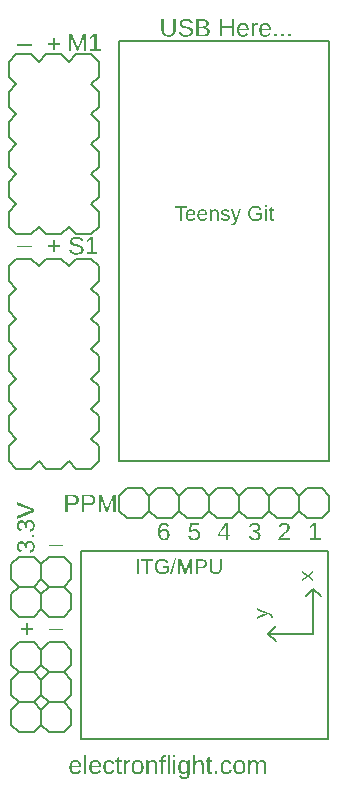
<source format=gbr>
G04 EAGLE Gerber RS-274X export*
G75*
%MOMM*%
%FSLAX34Y34*%
%LPD*%
%INSilkscreen Top*%
%IPPOS*%
%AMOC8*
5,1,8,0,0,1.08239X$1,22.5*%
G01*
G04 Define Apertures*
%ADD10C,0.127000*%
%ADD11C,0.152400*%
G36*
X164148Y171292D02*
X163695Y171303D01*
X163265Y171338D01*
X162859Y171395D01*
X162477Y171475D01*
X162118Y171577D01*
X161783Y171703D01*
X161471Y171851D01*
X161183Y172023D01*
X160920Y172215D01*
X160681Y172426D01*
X160466Y172657D01*
X160277Y172907D01*
X160112Y173176D01*
X159971Y173465D01*
X159855Y173772D01*
X159764Y174099D01*
X161667Y174372D01*
X161721Y174181D01*
X161790Y174001D01*
X161873Y173832D01*
X161971Y173674D01*
X162082Y173528D01*
X162208Y173394D01*
X162348Y173270D01*
X162503Y173158D01*
X162671Y173058D01*
X162851Y172972D01*
X163045Y172899D01*
X163251Y172839D01*
X163469Y172792D01*
X163700Y172759D01*
X163944Y172739D01*
X164201Y172732D01*
X164543Y172745D01*
X164561Y172747D01*
X164864Y172784D01*
X165162Y172849D01*
X165438Y172939D01*
X165692Y173056D01*
X165924Y173198D01*
X166134Y173366D01*
X166322Y173560D01*
X166487Y173780D01*
X166631Y174026D01*
X166753Y174297D01*
X166852Y174595D01*
X166929Y174918D01*
X166985Y175268D01*
X167018Y175643D01*
X167029Y176044D01*
X167029Y177873D01*
X167008Y177873D01*
X166867Y177608D01*
X166715Y177360D01*
X166549Y177129D01*
X166372Y176915D01*
X166181Y176718D01*
X165979Y176538D01*
X165764Y176374D01*
X165551Y176238D01*
X165536Y176228D01*
X165297Y176098D01*
X165048Y175986D01*
X164790Y175891D01*
X164521Y175814D01*
X164243Y175754D01*
X163955Y175710D01*
X163657Y175685D01*
X163349Y175676D01*
X162843Y175698D01*
X162372Y175763D01*
X161936Y175871D01*
X161534Y176023D01*
X161167Y176218D01*
X160835Y176457D01*
X160537Y176738D01*
X160274Y177064D01*
X160044Y177435D01*
X159844Y177857D01*
X159675Y178328D01*
X159537Y178848D01*
X159429Y179418D01*
X159352Y180038D01*
X159306Y180708D01*
X159291Y181427D01*
X159307Y182156D01*
X159357Y182836D01*
X159440Y183467D01*
X159555Y184048D01*
X159704Y184580D01*
X159885Y185063D01*
X160100Y185496D01*
X160348Y185879D01*
X160629Y186215D01*
X160945Y186507D01*
X161295Y186754D01*
X161679Y186955D01*
X162097Y187112D01*
X162550Y187224D01*
X163038Y187292D01*
X163559Y187314D01*
X163857Y187305D01*
X164144Y187280D01*
X164421Y187237D01*
X164688Y187176D01*
X164945Y187099D01*
X165193Y187004D01*
X165430Y186892D01*
X165657Y186762D01*
X165873Y186617D01*
X166076Y186457D01*
X166266Y186282D01*
X166444Y186093D01*
X166609Y185889D01*
X166762Y185671D01*
X166902Y185438D01*
X167029Y185190D01*
X167050Y185190D01*
X167092Y186284D01*
X167134Y186886D01*
X167155Y187055D01*
X167176Y187135D01*
X168974Y187135D01*
X168946Y186775D01*
X168926Y186263D01*
X168911Y184780D01*
X168911Y176086D01*
X168892Y175505D01*
X168836Y174962D01*
X168743Y174457D01*
X168613Y173989D01*
X168446Y173558D01*
X168241Y173165D01*
X167999Y172809D01*
X167720Y172490D01*
X167404Y172209D01*
X167050Y171966D01*
X166660Y171760D01*
X166232Y171592D01*
X165767Y171460D01*
X165264Y171367D01*
X164725Y171311D01*
X164148Y171292D01*
G37*
%LPC*%
G36*
X163990Y177074D02*
X164211Y177082D01*
X164425Y177107D01*
X164633Y177148D01*
X164834Y177206D01*
X165029Y177280D01*
X165219Y177370D01*
X165401Y177477D01*
X165578Y177600D01*
X165746Y177738D01*
X165905Y177891D01*
X166054Y178058D01*
X166075Y178086D01*
X166193Y178240D01*
X166441Y178646D01*
X166650Y179108D01*
X166739Y179360D01*
X166816Y179623D01*
X166881Y179898D01*
X166934Y180185D01*
X166976Y180483D01*
X167005Y180793D01*
X167023Y181114D01*
X167029Y181448D01*
X167023Y181789D01*
X167005Y182118D01*
X166976Y182435D01*
X166934Y182740D01*
X166881Y183032D01*
X166816Y183313D01*
X166739Y183582D01*
X166650Y183839D01*
X166442Y184312D01*
X166194Y184725D01*
X166056Y184910D01*
X165908Y185079D01*
X165751Y185234D01*
X165583Y185374D01*
X165408Y185499D01*
X165227Y185607D01*
X165041Y185698D01*
X164849Y185773D01*
X164651Y185831D01*
X164447Y185872D01*
X164237Y185897D01*
X164022Y185905D01*
X163672Y185889D01*
X163346Y185840D01*
X163045Y185757D01*
X162768Y185643D01*
X162516Y185495D01*
X162289Y185314D01*
X162087Y185100D01*
X161909Y184854D01*
X161754Y184571D01*
X161619Y184247D01*
X161505Y183882D01*
X161412Y183477D01*
X161340Y183031D01*
X161288Y182544D01*
X161257Y182016D01*
X161246Y181448D01*
X161256Y180885D01*
X161285Y180363D01*
X161334Y179882D01*
X161402Y179442D01*
X161489Y179044D01*
X161595Y178686D01*
X161721Y178369D01*
X161867Y178094D01*
X162036Y177855D01*
X162232Y177648D01*
X162456Y177473D01*
X162708Y177329D01*
X162987Y177218D01*
X163294Y177138D01*
X163628Y177090D01*
X163990Y177074D01*
G37*
%LPD*%
G36*
X124827Y175550D02*
X124520Y175556D01*
X124223Y175574D01*
X123657Y175645D01*
X123130Y175763D01*
X122640Y175930D01*
X122189Y176143D01*
X121775Y176404D01*
X121400Y176713D01*
X121063Y177069D01*
X120765Y177470D01*
X120507Y177913D01*
X120288Y178398D01*
X120109Y178926D01*
X119970Y179496D01*
X119870Y180108D01*
X119811Y180762D01*
X119791Y181458D01*
X119811Y182171D01*
X119871Y182838D01*
X119970Y183459D01*
X120110Y184034D01*
X120289Y184563D01*
X120508Y185046D01*
X120767Y185483D01*
X121066Y185874D01*
X121404Y186219D01*
X121783Y186518D01*
X122201Y186771D01*
X122659Y186978D01*
X123157Y187139D01*
X123695Y187254D01*
X124272Y187323D01*
X124890Y187346D01*
X125520Y187323D01*
X126108Y187256D01*
X126652Y187144D01*
X127153Y186987D01*
X127611Y186785D01*
X128026Y186538D01*
X128398Y186247D01*
X128727Y185911D01*
X129016Y185527D01*
X129265Y185094D01*
X129477Y184612D01*
X129650Y184080D01*
X129784Y183499D01*
X129880Y182868D01*
X129938Y182188D01*
X129957Y181458D01*
X129937Y180736D01*
X129875Y180061D01*
X129773Y179433D01*
X129629Y178854D01*
X129444Y178321D01*
X129218Y177837D01*
X128951Y177400D01*
X128643Y177011D01*
X128296Y176669D01*
X127912Y176372D01*
X127491Y176121D01*
X127032Y175915D01*
X126536Y175755D01*
X126004Y175641D01*
X125434Y175573D01*
X124827Y175550D01*
G37*
%LPC*%
G36*
X124806Y176948D02*
X125216Y176965D01*
X125597Y177016D01*
X125946Y177102D01*
X126266Y177221D01*
X126555Y177375D01*
X126814Y177563D01*
X127042Y177785D01*
X127240Y178041D01*
X127411Y178334D01*
X127559Y178665D01*
X127685Y179034D01*
X127788Y179442D01*
X127868Y179889D01*
X127925Y180373D01*
X127959Y180897D01*
X127970Y181458D01*
X127959Y182027D01*
X127927Y182555D01*
X127872Y183043D01*
X127796Y183491D01*
X127697Y183899D01*
X127577Y184266D01*
X127435Y184593D01*
X127271Y184880D01*
X127082Y185130D01*
X126862Y185347D01*
X126613Y185531D01*
X126334Y185681D01*
X126026Y185797D01*
X125687Y185881D01*
X125319Y185931D01*
X124921Y185947D01*
X124521Y185930D01*
X124148Y185879D01*
X123805Y185794D01*
X123490Y185675D01*
X123204Y185522D01*
X122947Y185335D01*
X122719Y185114D01*
X122519Y184859D01*
X122345Y184568D01*
X122195Y184239D01*
X122068Y183871D01*
X121963Y183465D01*
X121882Y183021D01*
X121824Y182538D01*
X121790Y182017D01*
X121778Y181458D01*
X121789Y180913D01*
X121824Y180403D01*
X121881Y179928D01*
X121961Y179488D01*
X122063Y179083D01*
X122189Y178713D01*
X122337Y178378D01*
X122509Y178078D01*
X122704Y177813D01*
X122926Y177584D01*
X123174Y177389D01*
X123448Y177231D01*
X123749Y177107D01*
X124075Y177019D01*
X124427Y176966D01*
X124806Y176948D01*
G37*
%LPD*%
G36*
X211014Y175550D02*
X210708Y175556D01*
X210411Y175574D01*
X209845Y175645D01*
X209317Y175763D01*
X208828Y175930D01*
X208376Y176143D01*
X207963Y176404D01*
X207588Y176713D01*
X207251Y177069D01*
X206952Y177470D01*
X206694Y177913D01*
X206475Y178398D01*
X206297Y178926D01*
X206157Y179496D01*
X206058Y180108D01*
X205998Y180762D01*
X205978Y181458D01*
X205998Y182171D01*
X206058Y182838D01*
X206158Y183459D01*
X206297Y184034D01*
X206476Y184563D01*
X206696Y185046D01*
X206954Y185483D01*
X207253Y185874D01*
X207592Y186219D01*
X207970Y186518D01*
X208389Y186771D01*
X208847Y186978D01*
X209345Y187139D01*
X209882Y187254D01*
X210460Y187323D01*
X211077Y187346D01*
X211708Y187323D01*
X212295Y187256D01*
X212839Y187144D01*
X213340Y186987D01*
X213799Y186785D01*
X214214Y186538D01*
X214586Y186247D01*
X214915Y185911D01*
X215203Y185527D01*
X215453Y185094D01*
X215664Y184612D01*
X215837Y184080D01*
X215972Y183499D01*
X216068Y182868D01*
X216126Y182188D01*
X216145Y181458D01*
X216124Y180736D01*
X216063Y180061D01*
X215960Y179433D01*
X215816Y178854D01*
X215632Y178321D01*
X215406Y177837D01*
X215139Y177400D01*
X214831Y177011D01*
X214484Y176669D01*
X214099Y176372D01*
X213678Y176121D01*
X213220Y175915D01*
X212724Y175755D01*
X212191Y175641D01*
X211621Y175573D01*
X211014Y175550D01*
G37*
%LPC*%
G36*
X210993Y176948D02*
X211404Y176965D01*
X211784Y177016D01*
X212134Y177102D01*
X212453Y177221D01*
X212742Y177375D01*
X213001Y177563D01*
X213229Y177785D01*
X213427Y178041D01*
X213598Y178334D01*
X213747Y178665D01*
X213872Y179034D01*
X213975Y179442D01*
X214055Y179889D01*
X214112Y180373D01*
X214146Y180897D01*
X214158Y181458D01*
X214147Y182027D01*
X214114Y182555D01*
X214060Y183043D01*
X213983Y183491D01*
X213885Y183899D01*
X213765Y184266D01*
X213623Y184593D01*
X213459Y184880D01*
X213269Y185130D01*
X213050Y185347D01*
X212801Y185531D01*
X212522Y185681D01*
X212213Y185797D01*
X211875Y185881D01*
X211507Y185931D01*
X211109Y185947D01*
X210708Y185930D01*
X210336Y185879D01*
X209993Y185794D01*
X209678Y185675D01*
X209392Y185522D01*
X209135Y185335D01*
X208906Y185114D01*
X208707Y184859D01*
X208533Y184568D01*
X208382Y184239D01*
X208255Y183871D01*
X208151Y183465D01*
X208070Y183021D01*
X208012Y182538D01*
X207977Y182017D01*
X207966Y181458D01*
X207977Y180913D01*
X208011Y180403D01*
X208068Y179928D01*
X208148Y179488D01*
X208251Y179083D01*
X208377Y178713D01*
X208525Y178378D01*
X208696Y178078D01*
X208892Y177813D01*
X209114Y177584D01*
X209362Y177389D01*
X209636Y177231D01*
X209936Y177107D01*
X210262Y177019D01*
X210615Y176966D01*
X210993Y176948D01*
G37*
%LPD*%
G36*
X220418Y175760D02*
X218536Y175760D01*
X218536Y184707D01*
X218520Y186307D01*
X218501Y186818D01*
X218473Y187135D01*
X220260Y187135D01*
X220281Y186852D01*
X220307Y186321D01*
X220344Y185190D01*
X220376Y185190D01*
X220531Y185481D01*
X220692Y185749D01*
X220858Y185994D01*
X221030Y186215D01*
X221208Y186414D01*
X221391Y186590D01*
X221580Y186743D01*
X221774Y186873D01*
X221977Y186983D01*
X222190Y187080D01*
X222414Y187161D01*
X222649Y187227D01*
X222895Y187279D01*
X223152Y187316D01*
X223420Y187338D01*
X223698Y187346D01*
X224013Y187338D01*
X224311Y187313D01*
X224592Y187273D01*
X224856Y187217D01*
X225103Y187144D01*
X225333Y187056D01*
X225546Y186951D01*
X225743Y186831D01*
X225924Y186692D01*
X226090Y186535D01*
X226242Y186358D01*
X226380Y186163D01*
X226504Y185948D01*
X226613Y185715D01*
X226708Y185462D01*
X226789Y185190D01*
X226820Y185190D01*
X226972Y185467D01*
X227130Y185723D01*
X227297Y185960D01*
X227471Y186176D01*
X227653Y186372D01*
X227843Y186549D01*
X228040Y186705D01*
X228245Y186841D01*
X228459Y186959D01*
X228685Y187062D01*
X228921Y187149D01*
X229169Y187220D01*
X229427Y187275D01*
X229697Y187314D01*
X229977Y187338D01*
X230269Y187346D01*
X230685Y187331D01*
X231072Y187287D01*
X231430Y187214D01*
X231758Y187112D01*
X232057Y186980D01*
X232326Y186819D01*
X232566Y186629D01*
X232776Y186410D01*
X232960Y186157D01*
X233119Y185867D01*
X233254Y185540D01*
X233364Y185175D01*
X233449Y184772D01*
X233511Y184332D01*
X233547Y183855D01*
X233559Y183340D01*
X233559Y175760D01*
X231688Y175760D01*
X231688Y182972D01*
X231681Y183369D01*
X231660Y183734D01*
X231625Y184067D01*
X231575Y184368D01*
X231512Y184637D01*
X231434Y184874D01*
X231342Y185080D01*
X231236Y185254D01*
X231112Y185401D01*
X230965Y185529D01*
X230795Y185638D01*
X230603Y185727D01*
X230388Y185796D01*
X230150Y185845D01*
X229890Y185874D01*
X229606Y185884D01*
X229305Y185870D01*
X229021Y185827D01*
X228754Y185755D01*
X228504Y185654D01*
X228271Y185525D01*
X228056Y185367D01*
X227858Y185180D01*
X227677Y184964D01*
X227516Y184722D01*
X227376Y184456D01*
X227258Y184166D01*
X227161Y183851D01*
X227086Y183513D01*
X227032Y183150D01*
X226999Y182763D01*
X226989Y182352D01*
X226989Y175760D01*
X225117Y175760D01*
X225117Y182972D01*
X225110Y183369D01*
X225089Y183734D01*
X225054Y184067D01*
X225004Y184368D01*
X224941Y184637D01*
X224863Y184874D01*
X224771Y185080D01*
X224665Y185254D01*
X224541Y185401D01*
X224394Y185529D01*
X224224Y185638D01*
X224032Y185727D01*
X223817Y185796D01*
X223579Y185845D01*
X223319Y185874D01*
X223036Y185884D01*
X222741Y185870D01*
X222463Y185826D01*
X222200Y185754D01*
X221953Y185653D01*
X221722Y185523D01*
X221506Y185364D01*
X221306Y185176D01*
X221122Y184959D01*
X220957Y184716D01*
X220814Y184449D01*
X220693Y184159D01*
X220594Y183845D01*
X220517Y183507D01*
X220462Y183146D01*
X220429Y182761D01*
X220418Y182352D01*
X220418Y175760D01*
G37*
G36*
X72339Y175550D02*
X71727Y175573D01*
X71152Y175644D01*
X70615Y175761D01*
X70116Y175926D01*
X69655Y176137D01*
X69231Y176395D01*
X68845Y176701D01*
X68496Y177053D01*
X68187Y177452D01*
X67919Y177896D01*
X67692Y178386D01*
X67506Y178922D01*
X67362Y179503D01*
X67259Y180130D01*
X67197Y180803D01*
X67177Y181521D01*
X67197Y182205D01*
X67259Y182848D01*
X67362Y183450D01*
X67506Y184010D01*
X67692Y184530D01*
X67919Y185008D01*
X68187Y185446D01*
X68496Y185842D01*
X68843Y186195D01*
X69226Y186500D01*
X69644Y186758D01*
X70098Y186970D01*
X70587Y187134D01*
X71111Y187252D01*
X71670Y187322D01*
X72265Y187346D01*
X72573Y187340D01*
X72872Y187322D01*
X73440Y187251D01*
X73969Y187133D01*
X74459Y186968D01*
X74909Y186755D01*
X75321Y186496D01*
X75693Y186189D01*
X76026Y185834D01*
X76320Y185433D01*
X76575Y184984D01*
X76790Y184488D01*
X76966Y183945D01*
X77103Y183355D01*
X77201Y182717D01*
X77260Y182033D01*
X77280Y181301D01*
X77280Y181048D01*
X69164Y181048D01*
X69176Y180573D01*
X69214Y180126D01*
X69277Y179707D01*
X69366Y179316D01*
X69480Y178953D01*
X69619Y178618D01*
X69783Y178310D01*
X69973Y178031D01*
X70187Y177782D01*
X70424Y177566D01*
X70685Y177384D01*
X70969Y177234D01*
X71277Y177118D01*
X71607Y177035D01*
X71961Y176986D01*
X72339Y176969D01*
X72638Y176977D01*
X72923Y177000D01*
X73192Y177039D01*
X73446Y177093D01*
X73685Y177162D01*
X73909Y177247D01*
X74117Y177347D01*
X74310Y177463D01*
X74650Y177727D01*
X74931Y178023D01*
X75049Y178183D01*
X75152Y178352D01*
X75241Y178529D01*
X75314Y178714D01*
X76975Y178241D01*
X76837Y177915D01*
X76679Y177610D01*
X76501Y177326D01*
X76303Y177064D01*
X76084Y176822D01*
X75845Y176601D01*
X75586Y176401D01*
X75306Y176223D01*
X75006Y176065D01*
X74686Y175928D01*
X74345Y175813D01*
X73985Y175718D01*
X73603Y175644D01*
X73202Y175592D01*
X72780Y175560D01*
X72339Y175550D01*
G37*
%LPC*%
G36*
X75324Y182499D02*
X75276Y182933D01*
X75208Y183337D01*
X75122Y183711D01*
X75017Y184054D01*
X74893Y184366D01*
X74751Y184649D01*
X74590Y184901D01*
X74410Y185122D01*
X74210Y185316D01*
X73990Y185483D01*
X73749Y185625D01*
X73487Y185741D01*
X73205Y185831D01*
X72902Y185896D01*
X72578Y185934D01*
X72233Y185947D01*
X71898Y185933D01*
X71581Y185890D01*
X71281Y185818D01*
X70999Y185717D01*
X70736Y185588D01*
X70490Y185430D01*
X70262Y185243D01*
X70052Y185027D01*
X69862Y184787D01*
X69696Y184524D01*
X69553Y184241D01*
X69433Y183935D01*
X69336Y183609D01*
X69262Y183260D01*
X69212Y182890D01*
X69185Y182499D01*
X75324Y182499D01*
G37*
%LPD*%
G36*
X89089Y175550D02*
X88477Y175573D01*
X87902Y175644D01*
X87365Y175761D01*
X86866Y175926D01*
X86405Y176137D01*
X85981Y176395D01*
X85595Y176701D01*
X85246Y177053D01*
X84937Y177452D01*
X84669Y177896D01*
X84442Y178386D01*
X84256Y178922D01*
X84112Y179503D01*
X84009Y180130D01*
X83947Y180803D01*
X83927Y181521D01*
X83947Y182205D01*
X84009Y182848D01*
X84112Y183450D01*
X84256Y184010D01*
X84442Y184530D01*
X84669Y185008D01*
X84937Y185446D01*
X85246Y185842D01*
X85593Y186195D01*
X85976Y186500D01*
X86394Y186758D01*
X86848Y186970D01*
X87337Y187134D01*
X87861Y187252D01*
X88420Y187322D01*
X89015Y187346D01*
X89323Y187340D01*
X89622Y187322D01*
X90190Y187251D01*
X90719Y187133D01*
X91209Y186968D01*
X91659Y186755D01*
X92071Y186496D01*
X92443Y186189D01*
X92776Y185834D01*
X93070Y185433D01*
X93325Y184984D01*
X93540Y184488D01*
X93716Y183945D01*
X93853Y183355D01*
X93951Y182717D01*
X94010Y182033D01*
X94030Y181301D01*
X94030Y181048D01*
X85914Y181048D01*
X85926Y180573D01*
X85964Y180126D01*
X86027Y179707D01*
X86116Y179316D01*
X86230Y178953D01*
X86369Y178618D01*
X86533Y178310D01*
X86723Y178031D01*
X86937Y177782D01*
X87174Y177566D01*
X87435Y177384D01*
X87719Y177234D01*
X88027Y177118D01*
X88357Y177035D01*
X88711Y176986D01*
X89089Y176969D01*
X89388Y176977D01*
X89673Y177000D01*
X89942Y177039D01*
X90196Y177093D01*
X90435Y177162D01*
X90659Y177247D01*
X90867Y177347D01*
X91060Y177463D01*
X91400Y177727D01*
X91681Y178023D01*
X91799Y178183D01*
X91902Y178352D01*
X91991Y178529D01*
X92064Y178714D01*
X93725Y178241D01*
X93587Y177915D01*
X93429Y177610D01*
X93251Y177326D01*
X93053Y177064D01*
X92834Y176822D01*
X92595Y176601D01*
X92336Y176401D01*
X92056Y176223D01*
X91756Y176065D01*
X91436Y175928D01*
X91095Y175813D01*
X90735Y175718D01*
X90353Y175644D01*
X89952Y175592D01*
X89530Y175560D01*
X89089Y175550D01*
G37*
%LPC*%
G36*
X92074Y182499D02*
X92026Y182933D01*
X91958Y183337D01*
X91872Y183711D01*
X91767Y184054D01*
X91643Y184366D01*
X91501Y184649D01*
X91340Y184901D01*
X91160Y185122D01*
X90960Y185316D01*
X90740Y185483D01*
X90499Y185625D01*
X90237Y185741D01*
X89955Y185831D01*
X89652Y185896D01*
X89328Y185934D01*
X88983Y185947D01*
X88648Y185933D01*
X88331Y185890D01*
X88031Y185818D01*
X87749Y185717D01*
X87486Y185588D01*
X87240Y185430D01*
X87012Y185243D01*
X86802Y185027D01*
X86612Y184787D01*
X86446Y184524D01*
X86303Y184241D01*
X86183Y183935D01*
X86086Y183609D01*
X86012Y183260D01*
X85962Y182890D01*
X85935Y182499D01*
X92074Y182499D01*
G37*
%LPD*%
G36*
X173741Y175760D02*
X171848Y175760D01*
X171848Y191362D01*
X173741Y191362D01*
X173741Y187304D01*
X173732Y186652D01*
X173704Y185979D01*
X173657Y185190D01*
X173688Y185190D01*
X173845Y185460D01*
X174009Y185711D01*
X174180Y185943D01*
X174360Y186156D01*
X174547Y186351D01*
X174742Y186528D01*
X174945Y186686D01*
X175155Y186825D01*
X175376Y186947D01*
X175612Y187053D01*
X175862Y187142D01*
X176126Y187216D01*
X176405Y187272D01*
X176697Y187313D01*
X177005Y187338D01*
X177326Y187346D01*
X177773Y187331D01*
X178190Y187288D01*
X178577Y187216D01*
X178933Y187116D01*
X179259Y186986D01*
X179554Y186828D01*
X179819Y186641D01*
X180054Y186426D01*
X180260Y186176D01*
X180438Y185888D01*
X180589Y185561D01*
X180713Y185194D01*
X180809Y184789D01*
X180877Y184345D01*
X180918Y183862D01*
X180932Y183340D01*
X180932Y175760D01*
X179029Y175760D01*
X179029Y182972D01*
X179015Y183533D01*
X178974Y184017D01*
X178905Y184424D01*
X178808Y184754D01*
X178680Y185026D01*
X178517Y185260D01*
X178317Y185455D01*
X178083Y185611D01*
X177806Y185731D01*
X177481Y185816D01*
X177107Y185867D01*
X176685Y185884D01*
X176359Y185870D01*
X176050Y185826D01*
X175758Y185754D01*
X175482Y185653D01*
X175223Y185523D01*
X174980Y185364D01*
X174755Y185176D01*
X174545Y184959D01*
X174357Y184718D01*
X174193Y184456D01*
X174055Y184175D01*
X173942Y183874D01*
X173854Y183552D01*
X173791Y183211D01*
X173753Y182849D01*
X173741Y182467D01*
X173741Y175760D01*
G37*
G36*
X134241Y175760D02*
X132348Y175760D01*
X132348Y184707D01*
X132333Y186307D01*
X132313Y186818D01*
X132285Y187135D01*
X134073Y187135D01*
X134094Y186852D01*
X134120Y186321D01*
X134157Y185190D01*
X134188Y185190D01*
X134354Y185474D01*
X134527Y185736D01*
X134706Y185977D01*
X134891Y186196D01*
X135083Y186393D01*
X135281Y186569D01*
X135486Y186724D01*
X135697Y186857D01*
X135918Y186971D01*
X136151Y187071D01*
X136398Y187155D01*
X136658Y187223D01*
X136930Y187277D01*
X137216Y187315D01*
X137514Y187338D01*
X137826Y187346D01*
X138278Y187331D01*
X138699Y187288D01*
X139088Y187215D01*
X139446Y187113D01*
X139773Y186982D01*
X140068Y186822D01*
X140332Y186633D01*
X140565Y186415D01*
X140768Y186164D01*
X140944Y185874D01*
X141093Y185547D01*
X141215Y185181D01*
X141310Y184778D01*
X141378Y184337D01*
X141418Y183857D01*
X141432Y183340D01*
X141432Y175760D01*
X139529Y175760D01*
X139529Y182972D01*
X139515Y183503D01*
X139474Y183971D01*
X139405Y184376D01*
X139308Y184717D01*
X139181Y185006D01*
X139022Y185251D01*
X138829Y185453D01*
X138604Y185611D01*
X138334Y185731D01*
X138007Y185816D01*
X137624Y185867D01*
X137185Y185884D01*
X136852Y185870D01*
X136537Y185826D01*
X136241Y185753D01*
X135962Y185650D01*
X135702Y185519D01*
X135460Y185358D01*
X135236Y185168D01*
X135029Y184949D01*
X134845Y184703D01*
X134684Y184435D01*
X134549Y184145D01*
X134438Y183832D01*
X134352Y183496D01*
X134290Y183137D01*
X134253Y182756D01*
X134241Y182352D01*
X134241Y175760D01*
G37*
G36*
X100794Y175550D02*
X100215Y175573D01*
X99672Y175644D01*
X99163Y175762D01*
X98690Y175927D01*
X98253Y176139D01*
X97850Y176398D01*
X97483Y176705D01*
X97152Y177058D01*
X96857Y177457D01*
X96602Y177899D01*
X96386Y178384D01*
X96209Y178913D01*
X96072Y179484D01*
X95974Y180099D01*
X95915Y180757D01*
X95895Y181458D01*
X95915Y182154D01*
X95974Y182808D01*
X96073Y183419D01*
X96211Y183988D01*
X96388Y184514D01*
X96605Y184998D01*
X96861Y185439D01*
X97157Y185837D01*
X97489Y186191D01*
X97856Y186497D01*
X98257Y186756D01*
X98692Y186968D01*
X99161Y187134D01*
X99664Y187251D01*
X100202Y187322D01*
X100773Y187346D01*
X101200Y187332D01*
X101609Y187289D01*
X101999Y187219D01*
X102370Y187120D01*
X102723Y186992D01*
X103057Y186837D01*
X103373Y186653D01*
X103670Y186442D01*
X103944Y186205D01*
X104192Y185947D01*
X104413Y185667D01*
X104607Y185367D01*
X104774Y185044D01*
X104915Y184701D01*
X105028Y184336D01*
X105115Y183950D01*
X103170Y183803D01*
X103127Y184033D01*
X103069Y184251D01*
X102996Y184458D01*
X102910Y184652D01*
X102810Y184833D01*
X102695Y185003D01*
X102567Y185161D01*
X102424Y185306D01*
X102266Y185437D01*
X102093Y185550D01*
X101904Y185646D01*
X101699Y185724D01*
X101478Y185785D01*
X101241Y185828D01*
X100989Y185855D01*
X100721Y185863D01*
X100358Y185848D01*
X100021Y185801D01*
X99710Y185723D01*
X99425Y185614D01*
X99166Y185473D01*
X98933Y185301D01*
X98726Y185099D01*
X98545Y184865D01*
X98387Y184593D01*
X98250Y184280D01*
X98135Y183923D01*
X98040Y183524D01*
X97966Y183082D01*
X97914Y182598D01*
X97882Y182070D01*
X97872Y181500D01*
X97883Y180951D01*
X97916Y180438D01*
X97972Y179963D01*
X98050Y179524D01*
X98151Y179122D01*
X98274Y178756D01*
X98419Y178428D01*
X98587Y178136D01*
X98777Y177880D01*
X98989Y177658D01*
X99225Y177470D01*
X99483Y177316D01*
X99764Y177196D01*
X100067Y177111D01*
X100393Y177060D01*
X100742Y177043D01*
X100989Y177051D01*
X101226Y177077D01*
X101452Y177120D01*
X101668Y177179D01*
X101874Y177256D01*
X102070Y177350D01*
X102255Y177461D01*
X102429Y177589D01*
X102591Y177735D01*
X102736Y177899D01*
X102865Y178082D01*
X102977Y178283D01*
X103074Y178503D01*
X103154Y178741D01*
X103218Y178997D01*
X103265Y179271D01*
X105179Y179145D01*
X105108Y178746D01*
X105008Y178367D01*
X104878Y178008D01*
X104719Y177671D01*
X104529Y177354D01*
X104309Y177058D01*
X104060Y176782D01*
X103780Y176527D01*
X103476Y176298D01*
X103152Y176100D01*
X102808Y175932D01*
X102445Y175794D01*
X102062Y175687D01*
X101659Y175611D01*
X101237Y175565D01*
X100794Y175550D01*
G37*
G36*
X200107Y175550D02*
X199528Y175573D01*
X198984Y175644D01*
X198476Y175762D01*
X198003Y175927D01*
X197565Y176139D01*
X197163Y176398D01*
X196796Y176705D01*
X196464Y177058D01*
X196170Y177457D01*
X195914Y177899D01*
X195699Y178384D01*
X195522Y178913D01*
X195384Y179484D01*
X195286Y180099D01*
X195227Y180757D01*
X195208Y181458D01*
X195227Y182154D01*
X195287Y182808D01*
X195385Y183419D01*
X195523Y183988D01*
X195701Y184514D01*
X195917Y184998D01*
X196174Y185439D01*
X196469Y185837D01*
X196802Y186191D01*
X197168Y186497D01*
X197569Y186756D01*
X198004Y186968D01*
X198473Y187134D01*
X198977Y187251D01*
X199514Y187322D01*
X200086Y187346D01*
X200513Y187332D01*
X200921Y187289D01*
X201311Y187219D01*
X201683Y187120D01*
X202035Y186992D01*
X202370Y186837D01*
X202685Y186653D01*
X202982Y186442D01*
X203257Y186205D01*
X203504Y185947D01*
X203725Y185667D01*
X203919Y185367D01*
X204087Y185044D01*
X204227Y184701D01*
X204341Y184336D01*
X204428Y183950D01*
X202483Y183803D01*
X202439Y184033D01*
X202381Y184251D01*
X202309Y184458D01*
X202223Y184652D01*
X202122Y184833D01*
X202008Y185003D01*
X201879Y185161D01*
X201737Y185306D01*
X201579Y185437D01*
X201405Y185550D01*
X201216Y185646D01*
X201011Y185724D01*
X200790Y185785D01*
X200554Y185828D01*
X200301Y185855D01*
X200033Y185863D01*
X199670Y185848D01*
X199334Y185801D01*
X199023Y185723D01*
X198738Y185614D01*
X198479Y185473D01*
X198245Y185301D01*
X198038Y185099D01*
X197857Y184865D01*
X197699Y184593D01*
X197563Y184280D01*
X197447Y183923D01*
X197352Y183524D01*
X197279Y183082D01*
X197226Y182598D01*
X197195Y182070D01*
X197184Y181500D01*
X197195Y180951D01*
X197229Y180438D01*
X197285Y179963D01*
X197363Y179524D01*
X197464Y179122D01*
X197586Y178756D01*
X197732Y178428D01*
X197899Y178136D01*
X198089Y177880D01*
X198302Y177658D01*
X198537Y177470D01*
X198795Y177316D01*
X199076Y177196D01*
X199380Y177111D01*
X199706Y177060D01*
X200054Y177043D01*
X200302Y177051D01*
X200538Y177077D01*
X200765Y177120D01*
X200981Y177179D01*
X201187Y177256D01*
X201382Y177350D01*
X201567Y177461D01*
X201742Y177589D01*
X201903Y177735D01*
X202048Y177899D01*
X202177Y178082D01*
X202290Y178283D01*
X202386Y178503D01*
X202466Y178741D01*
X202530Y178997D01*
X202578Y179271D01*
X204491Y179145D01*
X204421Y178746D01*
X204321Y178367D01*
X204191Y178008D01*
X204031Y177671D01*
X203841Y177354D01*
X203622Y177058D01*
X203372Y176782D01*
X203093Y176527D01*
X202789Y176298D01*
X202465Y176100D01*
X202121Y175932D01*
X201758Y175794D01*
X201374Y175687D01*
X200972Y175611D01*
X200549Y175565D01*
X200107Y175550D01*
G37*
G36*
X146651Y175760D02*
X144759Y175760D01*
X144759Y185758D01*
X143160Y185758D01*
X143160Y187135D01*
X144759Y187135D01*
X144759Y188418D01*
X144769Y188793D01*
X144801Y189141D01*
X144855Y189462D01*
X144929Y189756D01*
X145025Y190022D01*
X145143Y190261D01*
X145282Y190473D01*
X145442Y190657D01*
X145624Y190818D01*
X145829Y190956D01*
X146056Y191074D01*
X146307Y191170D01*
X146579Y191245D01*
X146875Y191298D01*
X147193Y191330D01*
X147534Y191341D01*
X147913Y191333D01*
X148262Y191309D01*
X148581Y191270D01*
X148869Y191215D01*
X148869Y189774D01*
X148422Y189837D01*
X148028Y189858D01*
X147690Y189835D01*
X147403Y189766D01*
X147277Y189715D01*
X147165Y189651D01*
X147065Y189577D01*
X146977Y189490D01*
X146900Y189389D01*
X146834Y189269D01*
X146778Y189130D01*
X146732Y188973D01*
X146671Y188601D01*
X146651Y188155D01*
X146651Y187135D01*
X148869Y187135D01*
X148869Y185758D01*
X146651Y185758D01*
X146651Y175760D01*
G37*
G36*
X109642Y175592D02*
X109367Y175602D01*
X109109Y175632D01*
X108870Y175682D01*
X108648Y175753D01*
X108444Y175843D01*
X108258Y175954D01*
X108089Y176085D01*
X107938Y176236D01*
X107805Y176407D01*
X107690Y176598D01*
X107592Y176809D01*
X107513Y177041D01*
X107451Y177292D01*
X107406Y177564D01*
X107380Y177856D01*
X107371Y178168D01*
X107371Y185758D01*
X106057Y185758D01*
X106057Y187135D01*
X107444Y187135D01*
X108001Y189680D01*
X109263Y189680D01*
X109263Y187135D01*
X111366Y187135D01*
X111366Y185758D01*
X109263Y185758D01*
X109263Y178578D01*
X109280Y178198D01*
X109330Y177880D01*
X109414Y177622D01*
X109531Y177426D01*
X109690Y177281D01*
X109898Y177178D01*
X110155Y177116D01*
X110462Y177095D01*
X110672Y177104D01*
X110924Y177132D01*
X111555Y177242D01*
X111555Y175844D01*
X111084Y175734D01*
X110609Y175655D01*
X110128Y175608D01*
X109642Y175592D01*
G37*
G36*
X186267Y175592D02*
X185992Y175602D01*
X185734Y175632D01*
X185495Y175682D01*
X185273Y175753D01*
X185069Y175843D01*
X184883Y175954D01*
X184714Y176085D01*
X184563Y176236D01*
X184430Y176407D01*
X184315Y176598D01*
X184217Y176809D01*
X184138Y177041D01*
X184076Y177292D01*
X184031Y177564D01*
X184005Y177856D01*
X183996Y178168D01*
X183996Y185758D01*
X182682Y185758D01*
X182682Y187135D01*
X184069Y187135D01*
X184626Y189680D01*
X185888Y189680D01*
X185888Y187135D01*
X187991Y187135D01*
X187991Y185758D01*
X185888Y185758D01*
X185888Y178578D01*
X185905Y178198D01*
X185955Y177880D01*
X186039Y177622D01*
X186156Y177426D01*
X186315Y177281D01*
X186523Y177178D01*
X186780Y177116D01*
X187087Y177095D01*
X187297Y177104D01*
X187549Y177132D01*
X188180Y177242D01*
X188180Y175844D01*
X187709Y175734D01*
X187234Y175655D01*
X186753Y175608D01*
X186267Y175592D01*
G37*
G36*
X81574Y175760D02*
X79681Y175760D01*
X79681Y191362D01*
X81574Y191362D01*
X81574Y175760D01*
G37*
G36*
X152168Y175760D02*
X150275Y175760D01*
X150275Y191362D01*
X152168Y191362D01*
X152168Y175760D01*
G37*
G36*
X115116Y175760D02*
X113223Y175760D01*
X113223Y184486D01*
X113208Y185748D01*
X113160Y187135D01*
X114948Y187135D01*
X115011Y185587D01*
X115032Y184812D01*
X115074Y184812D01*
X115308Y185485D01*
X115432Y185778D01*
X115560Y186042D01*
X115692Y186277D01*
X115829Y186484D01*
X115970Y186661D01*
X116115Y186809D01*
X116269Y186935D01*
X116439Y187044D01*
X116624Y187136D01*
X116824Y187212D01*
X117039Y187270D01*
X117270Y187312D01*
X117515Y187337D01*
X117776Y187346D01*
X117966Y187339D01*
X118157Y187319D01*
X118543Y187241D01*
X118543Y185506D01*
X118338Y185552D01*
X118102Y185585D01*
X117834Y185604D01*
X117534Y185611D01*
X117248Y185595D01*
X116980Y185548D01*
X116729Y185468D01*
X116496Y185357D01*
X116280Y185215D01*
X116081Y185040D01*
X115900Y184834D01*
X115736Y184596D01*
X115591Y184329D01*
X115465Y184034D01*
X115358Y183712D01*
X115271Y183362D01*
X115203Y182985D01*
X115155Y182581D01*
X115126Y182149D01*
X115116Y181690D01*
X115116Y175760D01*
G37*
G36*
X156938Y175760D02*
X155046Y175760D01*
X155046Y187135D01*
X156938Y187135D01*
X156938Y175760D01*
G37*
G36*
X192340Y175760D02*
X190290Y175760D01*
X190290Y178062D01*
X192340Y178062D01*
X192340Y175760D01*
G37*
G36*
X156938Y189553D02*
X155046Y189553D01*
X155046Y191362D01*
X156938Y191362D01*
X156938Y189553D01*
G37*
G36*
X65758Y397500D02*
X63782Y397500D01*
X63782Y412077D01*
X69917Y412077D01*
X70512Y412059D01*
X71073Y412005D01*
X71600Y411915D01*
X72092Y411790D01*
X72549Y411628D01*
X72972Y411431D01*
X73360Y411198D01*
X73713Y410928D01*
X74029Y410627D01*
X74302Y410295D01*
X74533Y409935D01*
X74722Y409545D01*
X74869Y409125D01*
X74974Y408676D01*
X75037Y408198D01*
X75058Y407690D01*
X75037Y407186D01*
X74974Y406709D01*
X74868Y406258D01*
X74721Y405833D01*
X74531Y405435D01*
X74299Y405064D01*
X74025Y404719D01*
X73708Y404400D01*
X73356Y404114D01*
X72973Y403866D01*
X72560Y403657D01*
X72116Y403485D01*
X71643Y403351D01*
X71139Y403256D01*
X70605Y403199D01*
X70041Y403180D01*
X65758Y403180D01*
X65758Y397500D01*
G37*
%LPC*%
G36*
X69761Y404742D02*
X70162Y404753D01*
X70537Y404788D01*
X70886Y404845D01*
X71210Y404925D01*
X71507Y405028D01*
X71779Y405154D01*
X72025Y405302D01*
X72244Y405474D01*
X72438Y405668D01*
X72606Y405885D01*
X72749Y406126D01*
X72865Y406389D01*
X72956Y406675D01*
X73020Y406983D01*
X73059Y407315D01*
X73072Y407670D01*
X73059Y408012D01*
X73019Y408332D01*
X72953Y408629D01*
X72860Y408905D01*
X72741Y409159D01*
X72595Y409391D01*
X72422Y409600D01*
X72224Y409788D01*
X71998Y409953D01*
X71746Y410097D01*
X71468Y410218D01*
X71163Y410317D01*
X70832Y410395D01*
X70474Y410450D01*
X70090Y410483D01*
X69679Y410494D01*
X65758Y410494D01*
X65758Y404742D01*
X69761Y404742D01*
G37*
%LPD*%
G36*
X79883Y397500D02*
X77907Y397500D01*
X77907Y412077D01*
X84042Y412077D01*
X84637Y412059D01*
X85198Y412005D01*
X85725Y411915D01*
X86217Y411790D01*
X86674Y411628D01*
X87097Y411431D01*
X87485Y411198D01*
X87838Y410928D01*
X88154Y410627D01*
X88427Y410295D01*
X88658Y409935D01*
X88847Y409545D01*
X88994Y409125D01*
X89099Y408676D01*
X89162Y408198D01*
X89183Y407690D01*
X89162Y407186D01*
X89099Y406709D01*
X88993Y406258D01*
X88846Y405833D01*
X88656Y405435D01*
X88424Y405064D01*
X88150Y404719D01*
X87833Y404400D01*
X87481Y404114D01*
X87098Y403866D01*
X86685Y403657D01*
X86241Y403485D01*
X85768Y403351D01*
X85264Y403256D01*
X84730Y403199D01*
X84166Y403180D01*
X79883Y403180D01*
X79883Y397500D01*
G37*
%LPC*%
G36*
X83886Y404742D02*
X84287Y404753D01*
X84662Y404788D01*
X85011Y404845D01*
X85335Y404925D01*
X85632Y405028D01*
X85904Y405154D01*
X86150Y405302D01*
X86369Y405474D01*
X86563Y405668D01*
X86731Y405885D01*
X86874Y406126D01*
X86990Y406389D01*
X87081Y406675D01*
X87145Y406983D01*
X87184Y407315D01*
X87197Y407670D01*
X87184Y408012D01*
X87144Y408332D01*
X87078Y408629D01*
X86985Y408905D01*
X86866Y409159D01*
X86720Y409391D01*
X86547Y409600D01*
X86349Y409788D01*
X86123Y409953D01*
X85871Y410097D01*
X85593Y410218D01*
X85288Y410317D01*
X84957Y410395D01*
X84599Y410450D01*
X84215Y410483D01*
X83804Y410494D01*
X79883Y410494D01*
X79883Y404742D01*
X83886Y404742D01*
G37*
%LPD*%
G36*
X93790Y397500D02*
X92032Y397500D01*
X92032Y412077D01*
X94628Y412077D01*
X98508Y401969D01*
X98711Y401337D01*
X98906Y400661D01*
X99065Y400059D01*
X99160Y399652D01*
X99288Y400173D01*
X99506Y400909D01*
X99727Y401596D01*
X99863Y401969D01*
X103670Y412077D01*
X106205Y412077D01*
X106205Y397500D01*
X104426Y397500D01*
X104426Y407225D01*
X104449Y408808D01*
X104478Y409576D01*
X104519Y410328D01*
X104272Y409453D01*
X104038Y408678D01*
X103817Y408005D01*
X103608Y407432D01*
X99843Y397500D01*
X98456Y397500D01*
X94639Y407432D01*
X94059Y409190D01*
X93718Y410328D01*
X93749Y409180D01*
X93790Y407225D01*
X93790Y397500D01*
G37*
G36*
X147254Y373293D02*
X146950Y373300D01*
X146656Y373322D01*
X146371Y373357D01*
X146095Y373408D01*
X145828Y373472D01*
X145570Y373551D01*
X145321Y373644D01*
X145081Y373751D01*
X144850Y373872D01*
X144628Y374008D01*
X144416Y374159D01*
X144212Y374323D01*
X143832Y374695D01*
X143488Y375124D01*
X143182Y375608D01*
X142918Y376144D01*
X142694Y376732D01*
X142510Y377372D01*
X142368Y378064D01*
X142266Y378808D01*
X142205Y379604D01*
X142184Y380452D01*
X142206Y381371D01*
X142269Y382235D01*
X142375Y383045D01*
X142523Y383799D01*
X142714Y384498D01*
X142947Y385143D01*
X143222Y385732D01*
X143375Y386006D01*
X143540Y386266D01*
X143713Y386512D01*
X143896Y386742D01*
X144088Y386955D01*
X144289Y387153D01*
X144499Y387336D01*
X144718Y387502D01*
X144945Y387652D01*
X145182Y387787D01*
X145428Y387906D01*
X145682Y388009D01*
X145946Y388096D01*
X146218Y388167D01*
X146500Y388223D01*
X146790Y388262D01*
X147090Y388286D01*
X147398Y388294D01*
X147801Y388282D01*
X148185Y388248D01*
X148550Y388190D01*
X148896Y388108D01*
X149223Y388004D01*
X149530Y387876D01*
X149819Y387726D01*
X150088Y387552D01*
X150339Y387355D01*
X150570Y387134D01*
X150782Y386891D01*
X150975Y386624D01*
X151149Y386334D01*
X151305Y386021D01*
X151440Y385684D01*
X151557Y385325D01*
X149778Y385004D01*
X149620Y385421D01*
X149422Y385783D01*
X149308Y385943D01*
X149183Y386088D01*
X149049Y386221D01*
X148904Y386339D01*
X148749Y386443D01*
X148583Y386533D01*
X148408Y386610D01*
X148222Y386672D01*
X148026Y386721D01*
X147820Y386756D01*
X147604Y386777D01*
X147378Y386784D01*
X146991Y386760D01*
X146626Y386691D01*
X146284Y386575D01*
X145964Y386412D01*
X145667Y386204D01*
X145392Y385948D01*
X145140Y385647D01*
X144910Y385299D01*
X144705Y384907D01*
X144528Y384474D01*
X144378Y383999D01*
X144255Y383482D01*
X144159Y382924D01*
X144091Y382324D01*
X144050Y381683D01*
X144036Y381000D01*
X144169Y381229D01*
X144315Y381443D01*
X144475Y381643D01*
X144647Y381829D01*
X144831Y382001D01*
X145029Y382159D01*
X145240Y382303D01*
X145464Y382433D01*
X145698Y382548D01*
X145941Y382648D01*
X146192Y382733D01*
X146452Y382802D01*
X146720Y382856D01*
X146996Y382894D01*
X147281Y382917D01*
X147574Y382925D01*
X148066Y382905D01*
X148531Y382846D01*
X148970Y382747D01*
X149383Y382609D01*
X149771Y382432D01*
X150132Y382215D01*
X150467Y381958D01*
X150776Y381663D01*
X151054Y381333D01*
X151294Y380977D01*
X151498Y380594D01*
X151665Y380183D01*
X151794Y379745D01*
X151887Y379281D01*
X151942Y378788D01*
X151961Y378269D01*
X151941Y377708D01*
X151883Y377177D01*
X151785Y376676D01*
X151648Y376205D01*
X151472Y375765D01*
X151257Y375356D01*
X151002Y374976D01*
X150709Y374628D01*
X150381Y374315D01*
X150024Y374044D01*
X149636Y373814D01*
X149219Y373627D01*
X148772Y373481D01*
X148296Y373377D01*
X147790Y373314D01*
X147254Y373293D01*
G37*
%LPC*%
G36*
X147192Y374793D02*
X147519Y374807D01*
X147828Y374850D01*
X148119Y374920D01*
X148392Y375019D01*
X148646Y375147D01*
X148883Y375302D01*
X149102Y375486D01*
X149302Y375698D01*
X149481Y375935D01*
X149637Y376193D01*
X149769Y376473D01*
X149876Y376773D01*
X149960Y377095D01*
X150020Y377437D01*
X150056Y377801D01*
X150068Y378186D01*
X150055Y378571D01*
X150019Y378933D01*
X149958Y379272D01*
X149874Y379588D01*
X149764Y379882D01*
X149631Y380153D01*
X149474Y380402D01*
X149292Y380628D01*
X149088Y380829D01*
X148866Y381004D01*
X148624Y381151D01*
X148363Y381272D01*
X148083Y381366D01*
X147784Y381433D01*
X147466Y381473D01*
X147129Y381487D01*
X146811Y381475D01*
X146509Y381439D01*
X146222Y381380D01*
X145951Y381297D01*
X145696Y381190D01*
X145456Y381059D01*
X145232Y380905D01*
X145024Y380726D01*
X144836Y380527D01*
X144673Y380310D01*
X144536Y380075D01*
X144423Y379822D01*
X144335Y379552D01*
X144273Y379263D01*
X144235Y378956D01*
X144222Y378631D01*
X144235Y378219D01*
X144274Y377826D01*
X144340Y377452D01*
X144431Y377098D01*
X144548Y376762D01*
X144691Y376445D01*
X144860Y376148D01*
X145055Y375869D01*
X145271Y375617D01*
X145501Y375398D01*
X145746Y375213D01*
X146006Y375062D01*
X146280Y374944D01*
X146569Y374860D01*
X146873Y374810D01*
X147192Y374793D01*
G37*
%LPD*%
G36*
X172829Y373293D02*
X172332Y373307D01*
X171860Y373349D01*
X171411Y373418D01*
X170988Y373516D01*
X170589Y373641D01*
X170215Y373794D01*
X169865Y373974D01*
X169540Y374183D01*
X169241Y374418D01*
X168971Y374677D01*
X168730Y374962D01*
X168518Y375272D01*
X168335Y375606D01*
X168180Y375965D01*
X168054Y376350D01*
X167957Y376759D01*
X169840Y376976D01*
X169921Y376714D01*
X170016Y376469D01*
X170126Y376241D01*
X170250Y376030D01*
X170389Y375836D01*
X170542Y375658D01*
X170710Y375498D01*
X170892Y375354D01*
X171089Y375228D01*
X171300Y375118D01*
X171526Y375025D01*
X171766Y374949D01*
X172020Y374890D01*
X172289Y374848D01*
X172573Y374822D01*
X172871Y374814D01*
X173236Y374828D01*
X173580Y374870D01*
X173904Y374941D01*
X174208Y375040D01*
X174491Y375167D01*
X174754Y375323D01*
X174997Y375507D01*
X175219Y375719D01*
X175418Y375956D01*
X175590Y376214D01*
X175736Y376493D01*
X175855Y376794D01*
X175948Y377115D01*
X176015Y377458D01*
X176054Y377822D01*
X176068Y378207D01*
X176054Y378543D01*
X176014Y378862D01*
X175948Y379165D01*
X175854Y379451D01*
X175734Y379721D01*
X175587Y379974D01*
X175414Y380211D01*
X175214Y380431D01*
X174991Y380630D01*
X174750Y380803D01*
X174490Y380948D01*
X174212Y381068D01*
X173915Y381160D01*
X173599Y381227D01*
X173265Y381267D01*
X172912Y381280D01*
X172541Y381265D01*
X172183Y381220D01*
X171838Y381146D01*
X171505Y381042D01*
X171179Y380902D01*
X170853Y380721D01*
X170528Y380499D01*
X170202Y380235D01*
X168381Y380235D01*
X168867Y388077D01*
X177154Y388077D01*
X177154Y386494D01*
X170564Y386494D01*
X170284Y381869D01*
X170596Y382088D01*
X170927Y382277D01*
X171275Y382437D01*
X171642Y382568D01*
X172028Y382670D01*
X172432Y382742D01*
X172854Y382786D01*
X173295Y382801D01*
X173819Y382781D01*
X174316Y382722D01*
X174786Y382623D01*
X175228Y382485D01*
X175643Y382308D01*
X176031Y382091D01*
X176391Y381834D01*
X176725Y381538D01*
X177024Y381211D01*
X177283Y380860D01*
X177503Y380484D01*
X177683Y380085D01*
X177823Y379662D01*
X177922Y379215D01*
X177982Y378744D01*
X178002Y378249D01*
X177981Y377687D01*
X177917Y377156D01*
X177809Y376656D01*
X177659Y376187D01*
X177467Y375749D01*
X177231Y375341D01*
X176953Y374964D01*
X176631Y374617D01*
X176272Y374307D01*
X175880Y374038D01*
X175454Y373810D01*
X174996Y373624D01*
X174504Y373479D01*
X173979Y373376D01*
X173421Y373314D01*
X172829Y373293D01*
G37*
G36*
X201223Y373500D02*
X199464Y373500D01*
X199464Y376800D01*
X192595Y376800D01*
X192595Y378249D01*
X199267Y388077D01*
X201223Y388077D01*
X201223Y378269D01*
X203271Y378269D01*
X203271Y376800D01*
X201223Y376800D01*
X201223Y373500D01*
G37*
%LPC*%
G36*
X199464Y378269D02*
X199464Y385977D01*
X199174Y385428D01*
X198771Y384746D01*
X195036Y379242D01*
X194478Y378476D01*
X194312Y378269D01*
X199464Y378269D01*
G37*
%LPD*%
G36*
X224016Y373293D02*
X223476Y373309D01*
X222965Y373356D01*
X222481Y373434D01*
X222025Y373543D01*
X221598Y373683D01*
X221198Y373855D01*
X220826Y374057D01*
X220483Y374291D01*
X220170Y374556D01*
X219890Y374850D01*
X219644Y375175D01*
X219431Y375529D01*
X219252Y375913D01*
X219106Y376327D01*
X218994Y376771D01*
X218915Y377245D01*
X220840Y377421D01*
X220896Y377108D01*
X220971Y376815D01*
X221065Y376542D01*
X221178Y376289D01*
X221310Y376057D01*
X221461Y375845D01*
X221631Y375653D01*
X221820Y375481D01*
X222028Y375330D01*
X222255Y375198D01*
X222501Y375087D01*
X222766Y374996D01*
X223050Y374925D01*
X223353Y374875D01*
X223675Y374845D01*
X224016Y374835D01*
X224358Y374845D01*
X224681Y374878D01*
X224986Y374932D01*
X225271Y375008D01*
X225538Y375105D01*
X225786Y375224D01*
X226015Y375365D01*
X226224Y375528D01*
X226412Y375712D01*
X226575Y375916D01*
X226713Y376142D01*
X226826Y376389D01*
X226913Y376657D01*
X226976Y376946D01*
X227014Y377256D01*
X227026Y377586D01*
X227012Y377876D01*
X226969Y378149D01*
X226897Y378405D01*
X226797Y378646D01*
X226669Y378870D01*
X226511Y379077D01*
X226325Y379268D01*
X226111Y379443D01*
X225869Y379600D01*
X225602Y379735D01*
X225310Y379850D01*
X224992Y379944D01*
X224649Y380017D01*
X224280Y380069D01*
X223887Y380100D01*
X223467Y380111D01*
X222412Y380111D01*
X222412Y381725D01*
X223426Y381725D01*
X223798Y381735D01*
X224149Y381766D01*
X224478Y381818D01*
X224785Y381891D01*
X225071Y381985D01*
X225336Y382100D01*
X225579Y382236D01*
X225800Y382392D01*
X225998Y382567D01*
X226169Y382758D01*
X226314Y382964D01*
X226433Y383187D01*
X226525Y383426D01*
X226591Y383681D01*
X226630Y383952D01*
X226643Y384239D01*
X226633Y384523D01*
X226600Y384792D01*
X226547Y385046D01*
X226471Y385285D01*
X226375Y385508D01*
X226256Y385716D01*
X226117Y385908D01*
X225955Y386085D01*
X225773Y386244D01*
X225570Y386382D01*
X225346Y386498D01*
X225101Y386593D01*
X224835Y386668D01*
X224548Y386721D01*
X224241Y386752D01*
X223912Y386763D01*
X223612Y386753D01*
X223326Y386723D01*
X223055Y386674D01*
X222799Y386605D01*
X222557Y386516D01*
X222330Y386408D01*
X222118Y386280D01*
X221921Y386132D01*
X221741Y385966D01*
X221580Y385784D01*
X221440Y385586D01*
X221319Y385371D01*
X221219Y385141D01*
X221138Y384894D01*
X221077Y384631D01*
X221036Y384352D01*
X219164Y384497D01*
X219232Y384932D01*
X219334Y385343D01*
X219469Y385729D01*
X219638Y386090D01*
X219841Y386427D01*
X220076Y386740D01*
X220346Y387027D01*
X220648Y387290D01*
X220979Y387526D01*
X221333Y387730D01*
X221709Y387902D01*
X222108Y388043D01*
X222530Y388153D01*
X222975Y388231D01*
X223443Y388278D01*
X223933Y388294D01*
X224466Y388278D01*
X224968Y388230D01*
X225440Y388151D01*
X225882Y388039D01*
X226293Y387896D01*
X226673Y387721D01*
X227023Y387514D01*
X227342Y387275D01*
X227627Y387008D01*
X227874Y386715D01*
X228082Y386398D01*
X228253Y386056D01*
X228386Y385688D01*
X228481Y385295D01*
X228538Y384878D01*
X228557Y384435D01*
X228545Y384094D01*
X228509Y383769D01*
X228447Y383461D01*
X228362Y383169D01*
X228252Y382893D01*
X228118Y382634D01*
X227959Y382391D01*
X227776Y382164D01*
X227570Y381955D01*
X227341Y381762D01*
X227091Y381588D01*
X226818Y381431D01*
X226523Y381292D01*
X226206Y381170D01*
X225867Y381066D01*
X225505Y380980D01*
X225505Y380938D01*
X225903Y380883D01*
X226277Y380804D01*
X226630Y380702D01*
X226959Y380576D01*
X227266Y380428D01*
X227550Y380256D01*
X227811Y380060D01*
X228050Y379842D01*
X228264Y379604D01*
X228449Y379352D01*
X228605Y379084D01*
X228733Y378802D01*
X228833Y378505D01*
X228904Y378193D01*
X228947Y377866D01*
X228961Y377524D01*
X228941Y377034D01*
X228881Y376573D01*
X228780Y376139D01*
X228640Y375735D01*
X228460Y375358D01*
X228239Y375010D01*
X227979Y374691D01*
X227678Y374400D01*
X227340Y374141D01*
X226968Y373916D01*
X226562Y373725D01*
X226121Y373570D01*
X225646Y373449D01*
X225137Y373362D01*
X224593Y373310D01*
X224016Y373293D01*
G37*
G36*
X253826Y373500D02*
X244174Y373500D01*
X244174Y374814D01*
X244452Y375401D01*
X244760Y375953D01*
X245096Y376469D01*
X245462Y376950D01*
X245847Y377402D01*
X246242Y377832D01*
X246646Y378240D01*
X247060Y378626D01*
X247894Y379349D01*
X248721Y380018D01*
X249503Y380659D01*
X250205Y381300D01*
X250521Y381625D01*
X250804Y381957D01*
X251056Y382298D01*
X251276Y382645D01*
X251455Y383009D01*
X251583Y383395D01*
X251659Y383805D01*
X251678Y384019D01*
X251685Y384239D01*
X251674Y384530D01*
X251641Y384805D01*
X251586Y385063D01*
X251509Y385304D01*
X251410Y385529D01*
X251289Y385736D01*
X251146Y385927D01*
X250981Y386101D01*
X250797Y386256D01*
X250595Y386390D01*
X250377Y386504D01*
X250141Y386597D01*
X249888Y386670D01*
X249618Y386721D01*
X249330Y386753D01*
X249026Y386763D01*
X248735Y386753D01*
X248457Y386722D01*
X248193Y386672D01*
X247941Y386601D01*
X247703Y386510D01*
X247477Y386399D01*
X247265Y386268D01*
X247066Y386116D01*
X246883Y385946D01*
X246720Y385760D01*
X246577Y385558D01*
X246454Y385339D01*
X246351Y385104D01*
X246267Y384853D01*
X246204Y384585D01*
X246160Y384301D01*
X244257Y384477D01*
X244325Y384902D01*
X244427Y385306D01*
X244563Y385687D01*
X244731Y386046D01*
X244934Y386383D01*
X245169Y386698D01*
X245439Y386990D01*
X245741Y387259D01*
X246072Y387502D01*
X246426Y387712D01*
X246802Y387890D01*
X247201Y388035D01*
X247623Y388149D01*
X248068Y388229D01*
X248536Y388278D01*
X249026Y388294D01*
X249561Y388278D01*
X250064Y388229D01*
X250535Y388148D01*
X250975Y388034D01*
X251382Y387888D01*
X251758Y387709D01*
X252102Y387498D01*
X252414Y387254D01*
X252692Y386981D01*
X252932Y386680D01*
X253136Y386352D01*
X253303Y385996D01*
X253432Y385613D01*
X253525Y385203D01*
X253580Y384765D01*
X253599Y384301D01*
X253574Y383877D01*
X253502Y383455D01*
X253380Y383034D01*
X253211Y382614D01*
X252993Y382195D01*
X252728Y381776D01*
X252416Y381357D01*
X252057Y380938D01*
X251587Y380462D01*
X250943Y379870D01*
X250123Y379163D01*
X249129Y378342D01*
X248565Y377867D01*
X248061Y377417D01*
X247618Y376991D01*
X247236Y376588D01*
X246909Y376201D01*
X246631Y375821D01*
X246402Y375449D01*
X246222Y375083D01*
X253826Y375083D01*
X253826Y373500D01*
G37*
G36*
X279857Y373500D02*
X270722Y373500D01*
X270722Y375083D01*
X274436Y375083D01*
X274436Y386297D01*
X271146Y383949D01*
X271146Y385708D01*
X274591Y388077D01*
X276309Y388077D01*
X276309Y375083D01*
X279857Y375083D01*
X279857Y373500D01*
G37*
G36*
X35130Y792289D02*
X22788Y792289D01*
X22788Y793634D01*
X35130Y793634D01*
X35130Y792289D01*
G37*
G36*
X54755Y788362D02*
X53235Y788362D01*
X53235Y792790D01*
X48848Y792790D01*
X48848Y794300D01*
X53235Y794300D01*
X53235Y798728D01*
X54755Y798728D01*
X54755Y794300D01*
X59142Y794300D01*
X59142Y792790D01*
X54755Y792790D01*
X54755Y788362D01*
G37*
G36*
X68781Y787500D02*
X67022Y787500D01*
X67022Y802077D01*
X69619Y802077D01*
X73498Y791969D01*
X73701Y791337D01*
X73897Y790661D01*
X74056Y790059D01*
X74150Y789652D01*
X74278Y790173D01*
X74497Y790909D01*
X74718Y791596D01*
X74853Y791969D01*
X78661Y802077D01*
X81195Y802077D01*
X81195Y787500D01*
X79416Y787500D01*
X79416Y797225D01*
X79439Y798808D01*
X79468Y799576D01*
X79509Y800328D01*
X79262Y799453D01*
X79028Y798678D01*
X78807Y798005D01*
X78599Y797432D01*
X74833Y787500D01*
X73447Y787500D01*
X69629Y797432D01*
X69050Y799190D01*
X68708Y800328D01*
X68739Y799180D01*
X68781Y797225D01*
X68781Y787500D01*
G37*
G36*
X93658Y787500D02*
X84523Y787500D01*
X84523Y789083D01*
X88237Y789083D01*
X88237Y800297D01*
X84947Y797949D01*
X84947Y799708D01*
X88392Y802077D01*
X90109Y802077D01*
X90109Y789083D01*
X93658Y789083D01*
X93658Y787500D01*
G37*
G36*
X35130Y621289D02*
X22788Y621289D01*
X22788Y622634D01*
X35130Y622634D01*
X35130Y621289D01*
G37*
G36*
X54755Y617362D02*
X53235Y617362D01*
X53235Y621790D01*
X48848Y621790D01*
X48848Y623300D01*
X53235Y623300D01*
X53235Y627728D01*
X54755Y627728D01*
X54755Y623300D01*
X59142Y623300D01*
X59142Y621790D01*
X54755Y621790D01*
X54755Y617362D01*
G37*
G36*
X73181Y615293D02*
X72532Y615308D01*
X71919Y615351D01*
X71340Y615423D01*
X70797Y615525D01*
X70288Y615655D01*
X69815Y615814D01*
X69376Y616002D01*
X68973Y616219D01*
X68604Y616465D01*
X68271Y616740D01*
X67972Y617044D01*
X67709Y617376D01*
X67480Y617738D01*
X67287Y618129D01*
X67128Y618548D01*
X67005Y618997D01*
X68919Y619380D01*
X69013Y619062D01*
X69131Y618766D01*
X69272Y618492D01*
X69436Y618240D01*
X69623Y618010D01*
X69834Y617802D01*
X70068Y617615D01*
X70326Y617450D01*
X70607Y617306D01*
X70912Y617181D01*
X71242Y617075D01*
X71595Y616988D01*
X71974Y616921D01*
X72376Y616873D01*
X72802Y616844D01*
X73253Y616835D01*
X73718Y616845D01*
X74156Y616876D01*
X74566Y616927D01*
X74949Y616999D01*
X75304Y617091D01*
X75632Y617204D01*
X75933Y617338D01*
X76207Y617492D01*
X76451Y617665D01*
X76662Y617858D01*
X76840Y618071D01*
X76987Y618302D01*
X77100Y618553D01*
X77182Y618823D01*
X77230Y619112D01*
X77247Y619421D01*
X77226Y619761D01*
X77165Y620068D01*
X77063Y620340D01*
X76921Y620580D01*
X76741Y620792D01*
X76529Y620986D01*
X76284Y621160D01*
X76005Y621314D01*
X75696Y621453D01*
X75359Y621581D01*
X74993Y621696D01*
X74598Y621800D01*
X72788Y622225D01*
X71976Y622416D01*
X71268Y622607D01*
X70665Y622799D01*
X70165Y622990D01*
X69741Y623187D01*
X69365Y623395D01*
X69035Y623614D01*
X68753Y623844D01*
X68510Y624089D01*
X68297Y624354D01*
X68114Y624640D01*
X67962Y624945D01*
X67842Y625273D01*
X67756Y625623D01*
X67705Y625997D01*
X67687Y626394D01*
X67710Y626848D01*
X67777Y627276D01*
X67889Y627677D01*
X68046Y628052D01*
X68247Y628399D01*
X68493Y628720D01*
X68784Y629013D01*
X69120Y629280D01*
X69498Y629518D01*
X69914Y629724D01*
X70369Y629898D01*
X70862Y630041D01*
X71394Y630151D01*
X71965Y630231D01*
X72574Y630278D01*
X73222Y630294D01*
X73825Y630282D01*
X74391Y630246D01*
X74920Y630187D01*
X75413Y630104D01*
X75869Y629997D01*
X76289Y629866D01*
X76672Y629712D01*
X77019Y629534D01*
X77335Y629327D01*
X77627Y629086D01*
X77894Y628813D01*
X78136Y628506D01*
X78354Y628165D01*
X78548Y627791D01*
X78716Y627383D01*
X78861Y626942D01*
X76916Y626601D01*
X76826Y626880D01*
X76719Y627140D01*
X76594Y627380D01*
X76450Y627600D01*
X76288Y627801D01*
X76109Y627981D01*
X75911Y628141D01*
X75695Y628282D01*
X75459Y628404D01*
X75201Y628510D01*
X74922Y628600D01*
X74621Y628674D01*
X74299Y628731D01*
X73955Y628772D01*
X73589Y628796D01*
X73202Y628804D01*
X72777Y628795D01*
X72379Y628768D01*
X72007Y628723D01*
X71660Y628659D01*
X71339Y628578D01*
X71045Y628478D01*
X70776Y628361D01*
X70532Y628225D01*
X70317Y628071D01*
X70130Y627900D01*
X69971Y627710D01*
X69842Y627503D01*
X69741Y627278D01*
X69669Y627036D01*
X69626Y626775D01*
X69612Y626497D01*
X69634Y626176D01*
X69701Y625883D01*
X69812Y625619D01*
X69969Y625385D01*
X70167Y625174D01*
X70404Y624979D01*
X70681Y624801D01*
X70998Y624640D01*
X71418Y624479D01*
X72004Y624300D01*
X72757Y624104D01*
X73677Y623890D01*
X75017Y623575D01*
X75670Y623399D01*
X76295Y623192D01*
X76886Y622950D01*
X77438Y622669D01*
X77696Y622511D01*
X77936Y622336D01*
X78159Y622144D01*
X78364Y621935D01*
X78550Y621708D01*
X78714Y621462D01*
X78858Y621196D01*
X78979Y620911D01*
X79077Y620603D01*
X79146Y620269D01*
X79188Y619910D01*
X79202Y619524D01*
X79196Y619276D01*
X79177Y619034D01*
X79103Y618573D01*
X78980Y618139D01*
X78808Y617735D01*
X78586Y617358D01*
X78314Y617010D01*
X77994Y616691D01*
X77624Y616400D01*
X77210Y616141D01*
X76755Y615916D01*
X76260Y615725D01*
X75725Y615570D01*
X75149Y615449D01*
X74533Y615362D01*
X73877Y615310D01*
X73181Y615293D01*
G37*
G36*
X90916Y615500D02*
X81781Y615500D01*
X81781Y617083D01*
X85495Y617083D01*
X85495Y628297D01*
X82206Y625949D01*
X82206Y627708D01*
X85651Y630077D01*
X87368Y630077D01*
X87368Y617083D01*
X90916Y617083D01*
X90916Y615500D01*
G37*
G36*
X62130Y297289D02*
X49788Y297289D01*
X49788Y298634D01*
X62130Y298634D01*
X62130Y297289D01*
G37*
G36*
X62130Y368289D02*
X49788Y368289D01*
X49788Y369634D01*
X62130Y369634D01*
X62130Y368289D01*
G37*
G36*
X33755Y363015D02*
X33579Y364939D01*
X33892Y364995D01*
X34185Y365070D01*
X34458Y365164D01*
X34711Y365277D01*
X34943Y365409D01*
X35155Y365560D01*
X35347Y365730D01*
X35519Y365919D01*
X35670Y366127D01*
X35802Y366354D01*
X35913Y366600D01*
X36004Y366865D01*
X36075Y367149D01*
X36125Y367452D01*
X36155Y367774D01*
X36165Y368115D01*
X36155Y368457D01*
X36122Y368781D01*
X36068Y369085D01*
X35992Y369371D01*
X35895Y369637D01*
X35776Y369885D01*
X35635Y370114D01*
X35472Y370324D01*
X35289Y370512D01*
X35084Y370675D01*
X34858Y370812D01*
X34611Y370925D01*
X34343Y371013D01*
X34054Y371075D01*
X33744Y371113D01*
X33414Y371126D01*
X33124Y371111D01*
X32851Y371068D01*
X32595Y370997D01*
X32354Y370897D01*
X32130Y370768D01*
X31923Y370611D01*
X31732Y370425D01*
X31557Y370210D01*
X31400Y369968D01*
X31265Y369701D01*
X31150Y369409D01*
X31056Y369091D01*
X30983Y368748D01*
X30931Y368380D01*
X30900Y367986D01*
X30889Y367567D01*
X30889Y366511D01*
X29275Y366511D01*
X29275Y367525D01*
X29265Y367897D01*
X29234Y368248D01*
X29182Y368577D01*
X29109Y368884D01*
X29015Y369171D01*
X28900Y369435D01*
X28765Y369678D01*
X28608Y369900D01*
X28433Y370097D01*
X28242Y370269D01*
X28036Y370413D01*
X27813Y370532D01*
X27574Y370624D01*
X27319Y370690D01*
X27048Y370730D01*
X26761Y370743D01*
X26477Y370732D01*
X26208Y370700D01*
X25954Y370646D01*
X25715Y370571D01*
X25492Y370474D01*
X25284Y370356D01*
X25092Y370216D01*
X24915Y370055D01*
X24756Y369872D01*
X24618Y369669D01*
X24502Y369445D01*
X24407Y369200D01*
X24332Y368934D01*
X24280Y368648D01*
X24248Y368340D01*
X24237Y368012D01*
X24247Y367711D01*
X24277Y367425D01*
X24326Y367154D01*
X24395Y366898D01*
X24484Y366657D01*
X24592Y366430D01*
X24720Y366218D01*
X24868Y366020D01*
X25034Y365840D01*
X25216Y365680D01*
X25414Y365539D01*
X25629Y365419D01*
X25859Y365318D01*
X26106Y365237D01*
X26369Y365177D01*
X26648Y365136D01*
X26503Y363263D01*
X26068Y363331D01*
X25657Y363433D01*
X25271Y363569D01*
X24910Y363738D01*
X24573Y363940D01*
X24260Y364176D01*
X23973Y364445D01*
X23710Y364748D01*
X23474Y365078D01*
X23270Y365432D01*
X23098Y365808D01*
X22957Y366208D01*
X22847Y366630D01*
X22769Y367074D01*
X22722Y367542D01*
X22706Y368032D01*
X22722Y368565D01*
X22770Y369068D01*
X22849Y369540D01*
X22961Y369981D01*
X23104Y370392D01*
X23279Y370772D01*
X23486Y371122D01*
X23725Y371441D01*
X23992Y371726D01*
X24285Y371973D01*
X24602Y372182D01*
X24945Y372353D01*
X25312Y372486D01*
X25705Y372581D01*
X26122Y372638D01*
X26565Y372657D01*
X26906Y372644D01*
X27231Y372608D01*
X27539Y372547D01*
X27831Y372461D01*
X28107Y372352D01*
X28366Y372217D01*
X28609Y372059D01*
X28836Y371876D01*
X29045Y371669D01*
X29238Y371441D01*
X29412Y371190D01*
X29569Y370917D01*
X29708Y370622D01*
X29830Y370305D01*
X29934Y369966D01*
X30020Y369605D01*
X30062Y369605D01*
X30117Y370002D01*
X30196Y370377D01*
X30298Y370729D01*
X30424Y371058D01*
X30572Y371365D01*
X30744Y371649D01*
X30940Y371911D01*
X31158Y372150D01*
X31396Y372363D01*
X31648Y372548D01*
X31916Y372705D01*
X32198Y372833D01*
X32495Y372932D01*
X32807Y373003D01*
X33134Y373046D01*
X33476Y373060D01*
X33966Y373040D01*
X34427Y372980D01*
X34861Y372880D01*
X35265Y372739D01*
X35642Y372559D01*
X35990Y372339D01*
X36309Y372078D01*
X36600Y371777D01*
X36859Y371439D01*
X37084Y371067D01*
X37275Y370661D01*
X37430Y370220D01*
X37551Y369745D01*
X37638Y369236D01*
X37690Y368693D01*
X37707Y368115D01*
X37691Y367576D01*
X37645Y367064D01*
X37567Y366580D01*
X37457Y366125D01*
X37317Y365697D01*
X37145Y365298D01*
X36943Y364926D01*
X36709Y364582D01*
X36444Y364269D01*
X36150Y363989D01*
X35825Y363743D01*
X35471Y363531D01*
X35087Y363352D01*
X34673Y363206D01*
X34229Y363094D01*
X33755Y363015D01*
G37*
G36*
X33755Y380671D02*
X33579Y382595D01*
X33892Y382651D01*
X34185Y382726D01*
X34458Y382820D01*
X34711Y382933D01*
X34943Y383065D01*
X35155Y383216D01*
X35347Y383386D01*
X35519Y383575D01*
X35670Y383783D01*
X35802Y384010D01*
X35913Y384256D01*
X36004Y384521D01*
X36075Y384805D01*
X36125Y385108D01*
X36155Y385430D01*
X36165Y385771D01*
X36155Y386114D01*
X36122Y386437D01*
X36068Y386741D01*
X35992Y387027D01*
X35895Y387294D01*
X35776Y387541D01*
X35635Y387770D01*
X35472Y387980D01*
X35289Y388168D01*
X35084Y388331D01*
X34858Y388469D01*
X34611Y388581D01*
X34343Y388669D01*
X34054Y388732D01*
X33744Y388769D01*
X33414Y388782D01*
X33124Y388768D01*
X32851Y388725D01*
X32595Y388653D01*
X32354Y388553D01*
X32130Y388424D01*
X31923Y388267D01*
X31732Y388081D01*
X31557Y387866D01*
X31400Y387625D01*
X31265Y387358D01*
X31150Y387065D01*
X31056Y386748D01*
X30983Y386405D01*
X30931Y386036D01*
X30900Y385642D01*
X30889Y385223D01*
X30889Y384168D01*
X29275Y384168D01*
X29275Y385182D01*
X29265Y385554D01*
X29234Y385904D01*
X29182Y386233D01*
X29109Y386541D01*
X29015Y386827D01*
X28900Y387091D01*
X28765Y387334D01*
X28608Y387556D01*
X28433Y387753D01*
X28242Y387925D01*
X28036Y388070D01*
X27813Y388188D01*
X27574Y388280D01*
X27319Y388346D01*
X27048Y388386D01*
X26761Y388399D01*
X26477Y388388D01*
X26208Y388356D01*
X25954Y388302D01*
X25715Y388227D01*
X25492Y388130D01*
X25284Y388012D01*
X25092Y387872D01*
X24915Y387711D01*
X24756Y387529D01*
X24618Y387325D01*
X24502Y387101D01*
X24407Y386856D01*
X24332Y386590D01*
X24280Y386304D01*
X24248Y385996D01*
X24237Y385668D01*
X24247Y385367D01*
X24277Y385082D01*
X24326Y384811D01*
X24395Y384554D01*
X24484Y384313D01*
X24592Y384086D01*
X24720Y383874D01*
X24868Y383676D01*
X25034Y383496D01*
X25216Y383336D01*
X25414Y383196D01*
X25629Y383075D01*
X25859Y382974D01*
X26106Y382894D01*
X26369Y382833D01*
X26648Y382792D01*
X26503Y380919D01*
X26068Y380988D01*
X25657Y381090D01*
X25271Y381225D01*
X24910Y381394D01*
X24573Y381596D01*
X24260Y381832D01*
X23973Y382101D01*
X23710Y382404D01*
X23474Y382735D01*
X23270Y383088D01*
X23098Y383465D01*
X22957Y383864D01*
X22847Y384286D01*
X22769Y384731D01*
X22722Y385198D01*
X22706Y385689D01*
X22722Y386222D01*
X22770Y386724D01*
X22849Y387196D01*
X22961Y387637D01*
X23104Y388048D01*
X23279Y388428D01*
X23486Y388778D01*
X23725Y389097D01*
X23992Y389382D01*
X24285Y389629D01*
X24602Y389838D01*
X24945Y390009D01*
X25312Y390142D01*
X25705Y390237D01*
X26122Y390294D01*
X26565Y390313D01*
X26906Y390301D01*
X27231Y390264D01*
X27539Y390203D01*
X27831Y390118D01*
X28107Y390008D01*
X28366Y389874D01*
X28609Y389715D01*
X28836Y389532D01*
X29045Y389326D01*
X29238Y389097D01*
X29412Y388846D01*
X29569Y388574D01*
X29708Y388279D01*
X29830Y387962D01*
X29934Y387622D01*
X30020Y387261D01*
X30062Y387261D01*
X30117Y387658D01*
X30196Y388033D01*
X30298Y388385D01*
X30424Y388715D01*
X30572Y389021D01*
X30744Y389306D01*
X30940Y389567D01*
X31158Y389806D01*
X31396Y390019D01*
X31648Y390204D01*
X31916Y390361D01*
X32198Y390489D01*
X32495Y390588D01*
X32807Y390660D01*
X33134Y390702D01*
X33476Y390716D01*
X33966Y390696D01*
X34427Y390636D01*
X34861Y390536D01*
X35265Y390396D01*
X35642Y390215D01*
X35990Y389995D01*
X36309Y389734D01*
X36600Y389434D01*
X36859Y389096D01*
X37084Y388724D01*
X37275Y388317D01*
X37430Y387877D01*
X37551Y387402D01*
X37638Y386892D01*
X37690Y386349D01*
X37707Y385771D01*
X37691Y385232D01*
X37645Y384720D01*
X37567Y384237D01*
X37457Y383781D01*
X37317Y383353D01*
X37145Y382954D01*
X36943Y382582D01*
X36709Y382238D01*
X36444Y381925D01*
X36150Y381646D01*
X35825Y381400D01*
X35471Y381187D01*
X35087Y381008D01*
X34673Y380862D01*
X34229Y380750D01*
X33755Y380671D01*
G37*
G36*
X22923Y391738D02*
X22923Y393818D01*
X33186Y397853D01*
X35762Y398722D01*
X33186Y399591D01*
X22923Y403605D01*
X22923Y405684D01*
X37500Y399735D01*
X37500Y397687D01*
X22923Y391738D01*
G37*
G36*
X37500Y375924D02*
X35234Y375924D01*
X35234Y377941D01*
X37500Y377941D01*
X37500Y375924D01*
G37*
G36*
X32210Y292848D02*
X30700Y292848D01*
X30700Y297235D01*
X26272Y297235D01*
X26272Y298755D01*
X30700Y298755D01*
X30700Y303142D01*
X32210Y303142D01*
X32210Y298755D01*
X36638Y298755D01*
X36638Y297235D01*
X32210Y297235D01*
X32210Y292848D01*
G37*
G36*
X180546Y800000D02*
X174628Y800000D01*
X174628Y814577D01*
X179925Y814577D01*
X180547Y814563D01*
X181128Y814521D01*
X181669Y814452D01*
X182170Y814356D01*
X182631Y814231D01*
X183052Y814079D01*
X183433Y813900D01*
X183774Y813692D01*
X184074Y813457D01*
X184335Y813195D01*
X184556Y812904D01*
X184736Y812587D01*
X184876Y812241D01*
X184976Y811868D01*
X185037Y811467D01*
X185057Y811039D01*
X185045Y810722D01*
X185011Y810418D01*
X184955Y810127D01*
X184876Y809849D01*
X184774Y809584D01*
X184649Y809332D01*
X184502Y809092D01*
X184332Y808866D01*
X184142Y808655D01*
X184025Y808547D01*
X183933Y808463D01*
X183705Y808288D01*
X183458Y808132D01*
X183193Y807993D01*
X182909Y807873D01*
X182606Y807771D01*
X182284Y807687D01*
X182706Y807623D01*
X183103Y807536D01*
X183476Y807426D01*
X183823Y807292D01*
X184145Y807135D01*
X184443Y806954D01*
X184716Y806750D01*
X184830Y806645D01*
X184964Y806523D01*
X185184Y806276D01*
X185375Y806013D01*
X185537Y805735D01*
X185670Y805440D01*
X185773Y805131D01*
X185846Y804805D01*
X185890Y804464D01*
X185905Y804107D01*
X185883Y803634D01*
X185816Y803189D01*
X185706Y802770D01*
X185551Y802378D01*
X185351Y802013D01*
X185108Y801676D01*
X184820Y801365D01*
X184488Y801081D01*
X184116Y800828D01*
X183710Y800608D01*
X183269Y800422D01*
X182794Y800270D01*
X182284Y800152D01*
X181739Y800068D01*
X181160Y800017D01*
X180546Y800000D01*
G37*
%LPC*%
G36*
X180443Y801583D02*
X180880Y801593D01*
X181286Y801625D01*
X181662Y801677D01*
X182007Y801751D01*
X182322Y801846D01*
X182605Y801961D01*
X182858Y802098D01*
X183081Y802255D01*
X183275Y802434D01*
X183443Y802633D01*
X183585Y802853D01*
X183701Y803093D01*
X183792Y803355D01*
X183857Y803636D01*
X183895Y803939D01*
X183908Y804262D01*
X183894Y804574D01*
X183852Y804866D01*
X183781Y805138D01*
X183682Y805389D01*
X183555Y805621D01*
X183399Y805832D01*
X183215Y806023D01*
X183003Y806194D01*
X182763Y806345D01*
X182494Y806476D01*
X182197Y806587D01*
X181872Y806677D01*
X181518Y806748D01*
X181136Y806798D01*
X180726Y806828D01*
X180287Y806838D01*
X176604Y806838D01*
X176604Y801583D01*
X180443Y801583D01*
G37*
G36*
X179925Y808380D02*
X180309Y808389D01*
X180667Y808417D01*
X181000Y808463D01*
X181308Y808529D01*
X181591Y808612D01*
X181849Y808714D01*
X182081Y808835D01*
X182289Y808975D01*
X182472Y809133D01*
X182631Y809312D01*
X182765Y809510D01*
X182875Y809729D01*
X182960Y809967D01*
X183022Y810225D01*
X183058Y810503D01*
X183070Y810801D01*
X183058Y811085D01*
X183020Y811348D01*
X182957Y811591D01*
X182869Y811812D01*
X182755Y812012D01*
X182616Y812191D01*
X182453Y812350D01*
X182263Y812487D01*
X182050Y812606D01*
X181815Y812709D01*
X181556Y812796D01*
X181275Y812867D01*
X180972Y812923D01*
X180646Y812962D01*
X180297Y812986D01*
X179925Y812994D01*
X176604Y812994D01*
X176604Y808380D01*
X179925Y808380D01*
G37*
%LPD*%
G36*
X214214Y799793D02*
X213612Y799816D01*
X213046Y799886D01*
X212518Y800001D01*
X212027Y800163D01*
X211573Y800371D01*
X211156Y800625D01*
X210776Y800926D01*
X210433Y801272D01*
X210128Y801665D01*
X209865Y802102D01*
X209641Y802584D01*
X209459Y803111D01*
X209317Y803683D01*
X209215Y804300D01*
X209154Y804962D01*
X209134Y805669D01*
X209154Y806342D01*
X209215Y806975D01*
X209317Y807567D01*
X209459Y808119D01*
X209641Y808630D01*
X209865Y809101D01*
X210128Y809531D01*
X210433Y809921D01*
X210775Y810268D01*
X211151Y810569D01*
X211563Y810823D01*
X212009Y811031D01*
X212490Y811193D01*
X213006Y811308D01*
X213556Y811378D01*
X214141Y811401D01*
X214739Y811377D01*
X215298Y811308D01*
X215818Y811192D01*
X216300Y811029D01*
X216744Y810820D01*
X217149Y810564D01*
X217515Y810262D01*
X217843Y809914D01*
X218132Y809519D01*
X218382Y809077D01*
X218594Y808589D01*
X218768Y808055D01*
X218903Y807474D01*
X218999Y806846D01*
X219057Y806172D01*
X219076Y805452D01*
X219076Y805204D01*
X211090Y805204D01*
X211102Y804736D01*
X211139Y804297D01*
X211202Y803884D01*
X211289Y803499D01*
X211401Y803142D01*
X211538Y802812D01*
X211699Y802510D01*
X211886Y802235D01*
X212097Y801990D01*
X212330Y801777D01*
X212587Y801598D01*
X212866Y801451D01*
X213169Y801337D01*
X213494Y801255D01*
X213843Y801206D01*
X214214Y801190D01*
X214509Y801197D01*
X214789Y801220D01*
X215054Y801258D01*
X215304Y801311D01*
X215539Y801380D01*
X215759Y801463D01*
X215964Y801562D01*
X216154Y801676D01*
X216489Y801935D01*
X216765Y802227D01*
X216881Y802385D01*
X216983Y802551D01*
X217070Y802725D01*
X217142Y802907D01*
X218776Y802442D01*
X218641Y802121D01*
X218485Y801821D01*
X218310Y801541D01*
X218115Y801283D01*
X217899Y801045D01*
X217664Y800828D01*
X217409Y800631D01*
X217134Y800455D01*
X216839Y800300D01*
X216524Y800166D01*
X216189Y800052D01*
X215834Y799959D01*
X215459Y799886D01*
X215064Y799835D01*
X214649Y799803D01*
X214214Y799793D01*
G37*
%LPC*%
G36*
X217152Y806631D02*
X217104Y807059D01*
X217037Y807456D01*
X216953Y807824D01*
X216849Y808161D01*
X216728Y808469D01*
X216587Y808747D01*
X216429Y808995D01*
X216252Y809213D01*
X216055Y809403D01*
X215839Y809568D01*
X215602Y809708D01*
X215344Y809822D01*
X215066Y809911D01*
X214768Y809974D01*
X214449Y810012D01*
X214110Y810025D01*
X213780Y810011D01*
X213468Y809968D01*
X213173Y809897D01*
X212896Y809798D01*
X212637Y809671D01*
X212395Y809516D01*
X212170Y809332D01*
X211964Y809120D01*
X211777Y808883D01*
X211614Y808625D01*
X211473Y808345D01*
X211355Y808045D01*
X211259Y807723D01*
X211187Y807381D01*
X211137Y807017D01*
X211110Y806631D01*
X217152Y806631D01*
G37*
%LPD*%
G36*
X233026Y799793D02*
X232424Y799816D01*
X231859Y799886D01*
X231331Y800001D01*
X230840Y800163D01*
X230385Y800371D01*
X229968Y800625D01*
X229588Y800926D01*
X229245Y801272D01*
X228941Y801665D01*
X228677Y802102D01*
X228454Y802584D01*
X228271Y803111D01*
X228129Y803683D01*
X228028Y804300D01*
X227967Y804962D01*
X227947Y805669D01*
X227967Y806342D01*
X228028Y806975D01*
X228129Y807567D01*
X228271Y808119D01*
X228454Y808630D01*
X228677Y809101D01*
X228941Y809531D01*
X229245Y809921D01*
X229587Y810268D01*
X229964Y810569D01*
X230375Y810823D01*
X230821Y811031D01*
X231302Y811193D01*
X231818Y811308D01*
X232369Y811378D01*
X232954Y811401D01*
X233551Y811377D01*
X234111Y811308D01*
X234631Y811192D01*
X235113Y811029D01*
X235556Y810820D01*
X235961Y810564D01*
X236327Y810262D01*
X236655Y809914D01*
X236944Y809519D01*
X237195Y809077D01*
X237407Y808589D01*
X237580Y808055D01*
X237715Y807474D01*
X237812Y806846D01*
X237869Y806172D01*
X237889Y805452D01*
X237889Y805204D01*
X229902Y805204D01*
X229914Y804736D01*
X229952Y804297D01*
X230014Y803884D01*
X230101Y803499D01*
X230213Y803142D01*
X230350Y802812D01*
X230512Y802510D01*
X230699Y802235D01*
X230909Y801990D01*
X231143Y801777D01*
X231399Y801598D01*
X231679Y801451D01*
X231981Y801337D01*
X232307Y801255D01*
X232655Y801206D01*
X233026Y801190D01*
X233321Y801197D01*
X233601Y801220D01*
X233866Y801258D01*
X234116Y801311D01*
X234351Y801380D01*
X234571Y801463D01*
X234776Y801562D01*
X234966Y801676D01*
X235301Y801935D01*
X235578Y802227D01*
X235694Y802385D01*
X235795Y802551D01*
X235882Y802725D01*
X235954Y802907D01*
X237589Y802442D01*
X237453Y802121D01*
X237298Y801821D01*
X237123Y801541D01*
X236927Y801283D01*
X236712Y801045D01*
X236477Y800828D01*
X236222Y800631D01*
X235946Y800455D01*
X235651Y800300D01*
X235336Y800166D01*
X235001Y800052D01*
X234646Y799959D01*
X234271Y799886D01*
X233876Y799835D01*
X233461Y799803D01*
X233026Y799793D01*
G37*
%LPC*%
G36*
X235964Y806631D02*
X235916Y807059D01*
X235850Y807456D01*
X235765Y807824D01*
X235662Y808161D01*
X235540Y808469D01*
X235400Y808747D01*
X235241Y808995D01*
X235064Y809213D01*
X234868Y809403D01*
X234651Y809568D01*
X234414Y809708D01*
X234157Y809822D01*
X233879Y809911D01*
X233580Y809974D01*
X233262Y810012D01*
X232923Y810025D01*
X232593Y810011D01*
X232280Y809968D01*
X231986Y809897D01*
X231709Y809798D01*
X231449Y809671D01*
X231207Y809516D01*
X230983Y809332D01*
X230776Y809120D01*
X230590Y808883D01*
X230426Y808625D01*
X230285Y808345D01*
X230167Y808045D01*
X230072Y807723D01*
X229999Y807381D01*
X229950Y807017D01*
X229923Y806631D01*
X235964Y806631D01*
G37*
%LPD*%
G36*
X196636Y800000D02*
X194660Y800000D01*
X194660Y814577D01*
X196636Y814577D01*
X196636Y808411D01*
X204519Y808411D01*
X204519Y814577D01*
X206495Y814577D01*
X206495Y800000D01*
X204519Y800000D01*
X204519Y806756D01*
X196636Y806756D01*
X196636Y800000D01*
G37*
G36*
X165904Y799793D02*
X165255Y799808D01*
X164642Y799851D01*
X164063Y799923D01*
X163520Y800025D01*
X163011Y800155D01*
X162538Y800314D01*
X162099Y800502D01*
X161696Y800719D01*
X161327Y800965D01*
X160994Y801240D01*
X160695Y801544D01*
X160432Y801876D01*
X160203Y802238D01*
X160010Y802629D01*
X159851Y803048D01*
X159728Y803497D01*
X161641Y803880D01*
X161736Y803562D01*
X161854Y803266D01*
X161994Y802992D01*
X162159Y802740D01*
X162346Y802510D01*
X162557Y802302D01*
X162791Y802115D01*
X163048Y801950D01*
X163330Y801806D01*
X163635Y801681D01*
X163964Y801575D01*
X164318Y801488D01*
X164696Y801421D01*
X165099Y801373D01*
X165525Y801344D01*
X165976Y801335D01*
X166441Y801345D01*
X166879Y801376D01*
X167289Y801427D01*
X167672Y801499D01*
X168027Y801591D01*
X168355Y801704D01*
X168656Y801838D01*
X168930Y801992D01*
X169174Y802165D01*
X169385Y802358D01*
X169563Y802571D01*
X169710Y802802D01*
X169823Y803053D01*
X169905Y803323D01*
X169953Y803612D01*
X169970Y803921D01*
X169949Y804261D01*
X169888Y804568D01*
X169786Y804840D01*
X169644Y805080D01*
X169464Y805292D01*
X169252Y805486D01*
X169006Y805660D01*
X168728Y805814D01*
X168419Y805953D01*
X168081Y806081D01*
X167716Y806196D01*
X167321Y806300D01*
X165511Y806725D01*
X164699Y806916D01*
X163991Y807107D01*
X163388Y807299D01*
X162888Y807490D01*
X162464Y807687D01*
X162088Y807895D01*
X161758Y808114D01*
X161476Y808344D01*
X161232Y808589D01*
X161019Y808854D01*
X160837Y809140D01*
X160684Y809445D01*
X160565Y809773D01*
X160479Y810123D01*
X160427Y810497D01*
X160410Y810894D01*
X160433Y811348D01*
X160500Y811776D01*
X160612Y812177D01*
X160769Y812552D01*
X160970Y812899D01*
X161216Y813220D01*
X161507Y813513D01*
X161843Y813780D01*
X162221Y814018D01*
X162637Y814224D01*
X163092Y814398D01*
X163585Y814541D01*
X164117Y814651D01*
X164688Y814731D01*
X165297Y814778D01*
X165945Y814794D01*
X166548Y814782D01*
X167114Y814746D01*
X167643Y814687D01*
X168136Y814604D01*
X168592Y814497D01*
X169012Y814366D01*
X169395Y814212D01*
X169742Y814034D01*
X170058Y813827D01*
X170350Y813586D01*
X170617Y813313D01*
X170859Y813006D01*
X171077Y812665D01*
X171270Y812291D01*
X171439Y811883D01*
X171583Y811442D01*
X169638Y811101D01*
X169549Y811380D01*
X169442Y811640D01*
X169316Y811880D01*
X169173Y812100D01*
X169011Y812301D01*
X168832Y812481D01*
X168634Y812641D01*
X168418Y812782D01*
X168182Y812904D01*
X167924Y813010D01*
X167645Y813100D01*
X167344Y813174D01*
X167022Y813231D01*
X166678Y813272D01*
X166312Y813296D01*
X165924Y813304D01*
X165500Y813295D01*
X165102Y813268D01*
X164730Y813223D01*
X164383Y813159D01*
X164062Y813078D01*
X163767Y812978D01*
X163498Y812861D01*
X163255Y812725D01*
X163040Y812571D01*
X162853Y812400D01*
X162694Y812210D01*
X162565Y812003D01*
X162464Y811778D01*
X162392Y811536D01*
X162349Y811275D01*
X162335Y810997D01*
X162357Y810676D01*
X162424Y810383D01*
X162535Y810119D01*
X162692Y809885D01*
X162890Y809674D01*
X163127Y809479D01*
X163404Y809301D01*
X163721Y809140D01*
X164141Y808979D01*
X164727Y808800D01*
X165480Y808604D01*
X166400Y808390D01*
X167740Y808075D01*
X168393Y807899D01*
X169018Y807692D01*
X169609Y807450D01*
X170161Y807169D01*
X170419Y807011D01*
X170659Y806836D01*
X170882Y806644D01*
X171087Y806435D01*
X171273Y806208D01*
X171437Y805962D01*
X171581Y805696D01*
X171702Y805411D01*
X171800Y805103D01*
X171869Y804769D01*
X171911Y804410D01*
X171925Y804024D01*
X171919Y803776D01*
X171900Y803534D01*
X171826Y803073D01*
X171703Y802639D01*
X171530Y802235D01*
X171309Y801858D01*
X171037Y801510D01*
X170717Y801191D01*
X170347Y800900D01*
X169933Y800641D01*
X169478Y800416D01*
X168983Y800225D01*
X168447Y800070D01*
X167872Y799949D01*
X167256Y799862D01*
X166600Y799810D01*
X165904Y799793D01*
G37*
G36*
X151047Y799793D02*
X150606Y799803D01*
X150180Y799834D01*
X149768Y799885D01*
X149371Y799956D01*
X148987Y800048D01*
X148618Y800160D01*
X148263Y800292D01*
X147922Y800445D01*
X147598Y800617D01*
X147293Y800808D01*
X147006Y801017D01*
X146738Y801244D01*
X146489Y801490D01*
X146258Y801754D01*
X146046Y802037D01*
X145853Y802338D01*
X145681Y802656D01*
X145532Y802989D01*
X145406Y803336D01*
X145302Y803699D01*
X145222Y804076D01*
X145165Y804468D01*
X145130Y804875D01*
X145119Y805297D01*
X145119Y814577D01*
X147095Y814577D01*
X147095Y805462D01*
X147111Y804978D01*
X147158Y804524D01*
X147237Y804100D01*
X147348Y803706D01*
X147491Y803342D01*
X147665Y803009D01*
X147871Y802705D01*
X148109Y802431D01*
X148376Y802189D01*
X148672Y801979D01*
X148996Y801801D01*
X149347Y801655D01*
X149727Y801542D01*
X150136Y801461D01*
X150572Y801413D01*
X151036Y801397D01*
X151514Y801413D01*
X151965Y801464D01*
X152388Y801547D01*
X152783Y801664D01*
X153152Y801815D01*
X153493Y801999D01*
X153807Y802216D01*
X154093Y802467D01*
X154349Y802751D01*
X154571Y803065D01*
X154759Y803409D01*
X154912Y803785D01*
X155031Y804192D01*
X155117Y804629D01*
X155168Y805098D01*
X155185Y805597D01*
X155185Y814577D01*
X157151Y814577D01*
X157151Y805483D01*
X157139Y805048D01*
X157104Y804629D01*
X157045Y804225D01*
X156963Y803836D01*
X156858Y803462D01*
X156729Y803103D01*
X156576Y802759D01*
X156400Y802431D01*
X156203Y802120D01*
X155987Y801828D01*
X155751Y801554D01*
X155495Y801300D01*
X155220Y801064D01*
X154926Y800847D01*
X154613Y800650D01*
X154280Y800471D01*
X153929Y800312D01*
X153564Y800174D01*
X153182Y800058D01*
X152786Y799963D01*
X152374Y799888D01*
X151947Y799835D01*
X151505Y799804D01*
X151047Y799793D01*
G37*
G36*
X223347Y800000D02*
X221484Y800000D01*
X221484Y808587D01*
X221469Y809828D01*
X221422Y811194D01*
X223181Y811194D01*
X223243Y809670D01*
X223264Y808907D01*
X223305Y808907D01*
X223536Y809570D01*
X223658Y809858D01*
X223784Y810118D01*
X223914Y810349D01*
X224048Y810552D01*
X224187Y810727D01*
X224329Y810873D01*
X224482Y810997D01*
X224649Y811104D01*
X224831Y811195D01*
X225028Y811269D01*
X225240Y811326D01*
X225466Y811368D01*
X225708Y811392D01*
X225964Y811401D01*
X226151Y811394D01*
X226339Y811375D01*
X226719Y811297D01*
X226719Y809590D01*
X226518Y809636D01*
X226285Y809668D01*
X226021Y809687D01*
X225726Y809694D01*
X225445Y809678D01*
X225181Y809631D01*
X224934Y809553D01*
X224704Y809444D01*
X224492Y809304D01*
X224296Y809132D01*
X224118Y808929D01*
X223957Y808695D01*
X223814Y808432D01*
X223690Y808142D01*
X223585Y807825D01*
X223499Y807481D01*
X223432Y807110D01*
X223385Y806712D01*
X223356Y806287D01*
X223347Y805835D01*
X223347Y800000D01*
G37*
G36*
X242780Y800000D02*
X240763Y800000D01*
X240763Y802266D01*
X242780Y802266D01*
X242780Y800000D01*
G37*
G36*
X248686Y800000D02*
X246669Y800000D01*
X246669Y802266D01*
X248686Y802266D01*
X248686Y800000D01*
G37*
G36*
X254561Y800000D02*
X252544Y800000D01*
X252544Y802266D01*
X254561Y802266D01*
X254561Y800000D01*
G37*
G36*
X273708Y338881D02*
X268838Y342253D01*
X264231Y339039D01*
X264231Y340782D01*
X267919Y343147D01*
X264231Y345494D01*
X264231Y347255D01*
X268821Y344040D01*
X273708Y347456D01*
X273708Y345696D01*
X269819Y343147D01*
X273708Y340581D01*
X273708Y338881D01*
G37*
G36*
X226131Y306974D02*
X226131Y308655D01*
X231369Y310652D01*
X231662Y310757D01*
X232805Y311152D01*
X233891Y311511D01*
X232166Y312124D01*
X226131Y314200D01*
X226131Y315864D01*
X235608Y312220D01*
X236317Y311932D01*
X236929Y311653D01*
X237445Y311384D01*
X237863Y311125D01*
X238210Y310865D01*
X238509Y310590D01*
X238762Y310302D01*
X238967Y310000D01*
X239126Y309681D01*
X239240Y309342D01*
X239308Y308983D01*
X239330Y308603D01*
X239324Y308292D01*
X239306Y308007D01*
X239276Y307749D01*
X239234Y307517D01*
X238052Y307517D01*
X238091Y307867D01*
X238104Y308253D01*
X238096Y308434D01*
X238070Y308611D01*
X238028Y308783D01*
X237969Y308950D01*
X237893Y309112D01*
X237800Y309270D01*
X237563Y309571D01*
X237259Y309852D01*
X236887Y310115D01*
X236448Y310358D01*
X235941Y310582D01*
X235564Y310731D01*
X226131Y306974D01*
G37*
G36*
X175730Y345030D02*
X174057Y345030D01*
X174057Y357371D01*
X179251Y357371D01*
X179755Y357356D01*
X180230Y357310D01*
X180676Y357234D01*
X181092Y357128D01*
X181480Y356991D01*
X181837Y356824D01*
X182166Y356626D01*
X182465Y356399D01*
X182732Y356143D01*
X182963Y355863D01*
X183159Y355557D01*
X183319Y355227D01*
X183444Y354872D01*
X183533Y354492D01*
X183586Y354087D01*
X183604Y353657D01*
X183586Y353230D01*
X183532Y352826D01*
X183443Y352444D01*
X183318Y352085D01*
X183157Y351748D01*
X182961Y351434D01*
X182729Y351142D01*
X182461Y350872D01*
X182162Y350630D01*
X181838Y350420D01*
X181489Y350242D01*
X181113Y350097D01*
X180712Y349984D01*
X180286Y349903D01*
X179834Y349855D01*
X179356Y349838D01*
X175730Y349838D01*
X175730Y345030D01*
G37*
%LPC*%
G36*
X179120Y351161D02*
X179459Y351171D01*
X179776Y351200D01*
X180072Y351248D01*
X180346Y351316D01*
X180598Y351403D01*
X180827Y351510D01*
X181035Y351635D01*
X181222Y351781D01*
X181386Y351945D01*
X181528Y352129D01*
X181649Y352333D01*
X181747Y352555D01*
X181824Y352797D01*
X181878Y353059D01*
X181911Y353339D01*
X181922Y353640D01*
X181911Y353929D01*
X181877Y354200D01*
X181821Y354452D01*
X181743Y354686D01*
X181642Y354901D01*
X181518Y355097D01*
X181372Y355274D01*
X181204Y355433D01*
X181013Y355573D01*
X180800Y355694D01*
X180564Y355797D01*
X180306Y355881D01*
X180026Y355947D01*
X179723Y355993D01*
X179397Y356021D01*
X179049Y356031D01*
X175730Y356031D01*
X175730Y351161D01*
X179120Y351161D01*
G37*
%LPD*%
G36*
X160609Y345030D02*
X159120Y345030D01*
X159120Y357371D01*
X161318Y357371D01*
X164602Y348814D01*
X164774Y348278D01*
X164940Y347706D01*
X165154Y346852D01*
X165263Y347293D01*
X165448Y347916D01*
X165635Y348497D01*
X165750Y348814D01*
X168973Y357371D01*
X171119Y357371D01*
X171119Y345030D01*
X169612Y345030D01*
X169612Y353263D01*
X169632Y354603D01*
X169691Y355891D01*
X169284Y354494D01*
X169097Y353923D01*
X168920Y353438D01*
X165732Y345030D01*
X164559Y345030D01*
X161327Y353438D01*
X160836Y354927D01*
X160547Y355891D01*
X160574Y354918D01*
X160609Y353263D01*
X160609Y345030D01*
G37*
G36*
X145831Y344855D02*
X145356Y344867D01*
X144897Y344903D01*
X144455Y344963D01*
X144029Y345048D01*
X143621Y345156D01*
X143228Y345288D01*
X142853Y345445D01*
X142494Y345626D01*
X142154Y345829D01*
X141835Y346053D01*
X141536Y346299D01*
X141258Y346566D01*
X141001Y346854D01*
X140764Y347164D01*
X140548Y347494D01*
X140353Y347846D01*
X140179Y348216D01*
X140029Y348603D01*
X139902Y349005D01*
X139798Y349424D01*
X139717Y349858D01*
X139659Y350308D01*
X139624Y350775D01*
X139613Y351257D01*
X139619Y351628D01*
X139638Y351987D01*
X139669Y352336D01*
X139714Y352675D01*
X139770Y353002D01*
X139839Y353320D01*
X139921Y353626D01*
X140016Y353922D01*
X140123Y354207D01*
X140242Y354482D01*
X140375Y354746D01*
X140519Y355000D01*
X140677Y355243D01*
X140847Y355475D01*
X141224Y355908D01*
X141648Y356294D01*
X141875Y356468D01*
X142112Y356629D01*
X142359Y356776D01*
X142617Y356912D01*
X142884Y357034D01*
X143162Y357143D01*
X143450Y357240D01*
X143749Y357323D01*
X144057Y357394D01*
X144376Y357452D01*
X144705Y357497D01*
X145044Y357529D01*
X145393Y357548D01*
X145753Y357555D01*
X146253Y357544D01*
X146729Y357511D01*
X147181Y357457D01*
X147609Y357382D01*
X148013Y357284D01*
X148393Y357166D01*
X148749Y357025D01*
X149081Y356863D01*
X149391Y356677D01*
X149683Y356465D01*
X149957Y356227D01*
X150213Y355963D01*
X150450Y355673D01*
X150669Y355357D01*
X150869Y355015D01*
X151051Y354647D01*
X149457Y354174D01*
X149320Y354428D01*
X149170Y354664D01*
X149007Y354882D01*
X148832Y355083D01*
X148645Y355265D01*
X148445Y355430D01*
X148233Y355577D01*
X148008Y355707D01*
X147770Y355820D01*
X147518Y355917D01*
X147251Y356000D01*
X146971Y356068D01*
X146677Y356121D01*
X146368Y356158D01*
X146045Y356181D01*
X145709Y356188D01*
X145190Y356168D01*
X144703Y356108D01*
X144248Y356007D01*
X143823Y355865D01*
X143431Y355684D01*
X143070Y355462D01*
X142740Y355199D01*
X142442Y354897D01*
X142177Y354557D01*
X141947Y354185D01*
X141753Y353779D01*
X141594Y353341D01*
X141471Y352869D01*
X141383Y352365D01*
X141330Y351828D01*
X141312Y351257D01*
X141331Y350688D01*
X141387Y350150D01*
X141481Y349642D01*
X141612Y349165D01*
X141781Y348719D01*
X141987Y348304D01*
X142231Y347919D01*
X142512Y347566D01*
X142826Y347248D01*
X143169Y346974D01*
X143541Y346741D01*
X143942Y346551D01*
X144371Y346403D01*
X144829Y346297D01*
X145316Y346234D01*
X145831Y346212D01*
X146426Y346235D01*
X147000Y346304D01*
X147553Y346419D01*
X148087Y346580D01*
X148585Y346781D01*
X149034Y347014D01*
X149432Y347280D01*
X149781Y347579D01*
X149781Y349803D01*
X146094Y349803D01*
X146094Y351205D01*
X151323Y351205D01*
X151323Y346948D01*
X151071Y346706D01*
X150805Y346477D01*
X150525Y346263D01*
X150231Y346062D01*
X149924Y345876D01*
X149603Y345704D01*
X149268Y345546D01*
X148919Y345402D01*
X148559Y345274D01*
X148192Y345163D01*
X147817Y345069D01*
X147435Y344992D01*
X147046Y344932D01*
X146648Y344889D01*
X146244Y344863D01*
X145831Y344855D01*
G37*
G36*
X190957Y344855D02*
X190584Y344863D01*
X190223Y344889D01*
X189875Y344932D01*
X189538Y344993D01*
X189213Y345070D01*
X188901Y345165D01*
X188600Y345277D01*
X188312Y345407D01*
X188037Y345552D01*
X187779Y345714D01*
X187536Y345891D01*
X187309Y346083D01*
X187098Y346291D01*
X186903Y346515D01*
X186724Y346754D01*
X186560Y347009D01*
X186414Y347278D01*
X186288Y347560D01*
X186181Y347854D01*
X186094Y348161D01*
X186026Y348481D01*
X185977Y348813D01*
X185948Y349157D01*
X185938Y349514D01*
X185938Y357371D01*
X187611Y357371D01*
X187611Y349655D01*
X187625Y349245D01*
X187665Y348860D01*
X187732Y348501D01*
X187826Y348168D01*
X187946Y347860D01*
X188094Y347577D01*
X188268Y347320D01*
X188469Y347088D01*
X188696Y346883D01*
X188946Y346705D01*
X189220Y346555D01*
X189518Y346431D01*
X189840Y346336D01*
X190186Y346267D01*
X190555Y346226D01*
X190948Y346212D01*
X191353Y346227D01*
X191734Y346269D01*
X192092Y346340D01*
X192427Y346439D01*
X192739Y346567D01*
X193028Y346722D01*
X193294Y346906D01*
X193536Y347119D01*
X193753Y347359D01*
X193941Y347624D01*
X194099Y347916D01*
X194229Y348235D01*
X194330Y348579D01*
X194403Y348949D01*
X194446Y349346D01*
X194460Y349768D01*
X194460Y357371D01*
X196124Y357371D01*
X196124Y349672D01*
X196115Y349304D01*
X196085Y348949D01*
X196035Y348607D01*
X195966Y348277D01*
X195876Y347961D01*
X195767Y347657D01*
X195638Y347366D01*
X195489Y347088D01*
X195322Y346825D01*
X195139Y346577D01*
X194939Y346346D01*
X194723Y346130D01*
X194490Y345931D01*
X194241Y345747D01*
X193976Y345580D01*
X193694Y345429D01*
X193397Y345294D01*
X193088Y345178D01*
X192765Y345079D01*
X192429Y344998D01*
X192081Y344936D01*
X191719Y344891D01*
X191345Y344864D01*
X190957Y344855D01*
G37*
G36*
X134048Y345030D02*
X132384Y345030D01*
X132384Y356004D01*
X128145Y356004D01*
X128145Y357371D01*
X138287Y357371D01*
X138287Y356004D01*
X134048Y356004D01*
X134048Y345030D01*
G37*
G36*
X126101Y345030D02*
X124429Y345030D01*
X124429Y357371D01*
X126101Y357371D01*
X126101Y345030D01*
G37*
G36*
X154067Y344855D02*
X152648Y344855D01*
X156248Y358028D01*
X157632Y358028D01*
X154067Y344855D01*
G37*
G36*
X224741Y643825D02*
X224266Y643837D01*
X223807Y643873D01*
X223365Y643933D01*
X222939Y644018D01*
X222531Y644126D01*
X222139Y644258D01*
X221763Y644415D01*
X221404Y644596D01*
X221064Y644799D01*
X220745Y645023D01*
X220446Y645269D01*
X220168Y645536D01*
X219911Y645824D01*
X219674Y646134D01*
X219458Y646464D01*
X219263Y646816D01*
X219090Y647186D01*
X218939Y647573D01*
X218812Y647975D01*
X218708Y648394D01*
X218627Y648828D01*
X218569Y649278D01*
X218534Y649745D01*
X218523Y650227D01*
X218529Y650598D01*
X218548Y650957D01*
X218580Y651306D01*
X218624Y651645D01*
X218680Y651972D01*
X218750Y652290D01*
X218831Y652596D01*
X218926Y652892D01*
X219033Y653177D01*
X219152Y653452D01*
X219285Y653716D01*
X219429Y653970D01*
X219587Y654213D01*
X219757Y654445D01*
X220134Y654878D01*
X220558Y655264D01*
X220785Y655438D01*
X221022Y655599D01*
X221269Y655746D01*
X221527Y655882D01*
X221794Y656004D01*
X222072Y656113D01*
X222360Y656210D01*
X222659Y656293D01*
X222967Y656364D01*
X223286Y656422D01*
X223615Y656467D01*
X223954Y656499D01*
X224303Y656518D01*
X224663Y656525D01*
X225163Y656514D01*
X225639Y656481D01*
X226091Y656427D01*
X226519Y656352D01*
X226923Y656254D01*
X227303Y656136D01*
X227659Y655995D01*
X227991Y655833D01*
X228301Y655647D01*
X228594Y655435D01*
X228867Y655197D01*
X229123Y654933D01*
X229360Y654643D01*
X229579Y654327D01*
X229779Y653985D01*
X229962Y653617D01*
X228368Y653144D01*
X228230Y653398D01*
X228080Y653634D01*
X227917Y653852D01*
X227742Y654053D01*
X227555Y654235D01*
X227355Y654400D01*
X227143Y654547D01*
X226918Y654677D01*
X226680Y654790D01*
X226428Y654887D01*
X226162Y654970D01*
X225881Y655038D01*
X225587Y655091D01*
X225278Y655128D01*
X224956Y655151D01*
X224619Y655158D01*
X224100Y655138D01*
X223613Y655078D01*
X223158Y654977D01*
X222734Y654835D01*
X222341Y654654D01*
X221980Y654432D01*
X221650Y654169D01*
X221352Y653867D01*
X221087Y653527D01*
X220858Y653155D01*
X220663Y652749D01*
X220505Y652311D01*
X220381Y651839D01*
X220293Y651335D01*
X220240Y650798D01*
X220222Y650227D01*
X220241Y649658D01*
X220297Y649120D01*
X220391Y648612D01*
X220522Y648135D01*
X220691Y647689D01*
X220897Y647274D01*
X221141Y646889D01*
X221422Y646536D01*
X221736Y646218D01*
X222079Y645944D01*
X222451Y645711D01*
X222852Y645521D01*
X223281Y645373D01*
X223739Y645267D01*
X224226Y645204D01*
X224741Y645182D01*
X225336Y645205D01*
X225910Y645274D01*
X226463Y645389D01*
X226997Y645550D01*
X227495Y645751D01*
X227944Y645984D01*
X228343Y646250D01*
X228692Y646549D01*
X228692Y648773D01*
X225004Y648773D01*
X225004Y650175D01*
X230233Y650175D01*
X230233Y645918D01*
X229981Y645676D01*
X229715Y645447D01*
X229435Y645233D01*
X229142Y645032D01*
X228834Y644846D01*
X228513Y644674D01*
X228178Y644516D01*
X227829Y644372D01*
X227469Y644244D01*
X227102Y644133D01*
X226728Y644039D01*
X226345Y643962D01*
X225956Y643902D01*
X225558Y643859D01*
X225154Y643833D01*
X224741Y643825D01*
G37*
G36*
X169808Y643825D02*
X169298Y643844D01*
X168820Y643903D01*
X168373Y644001D01*
X167957Y644138D01*
X167572Y644314D01*
X167219Y644529D01*
X166897Y644784D01*
X166607Y645077D01*
X166349Y645409D01*
X166126Y645780D01*
X165937Y646188D01*
X165783Y646634D01*
X165662Y647118D01*
X165576Y647641D01*
X165525Y648201D01*
X165508Y648800D01*
X165525Y649369D01*
X165576Y649905D01*
X165662Y650406D01*
X165783Y650873D01*
X165937Y651306D01*
X166126Y651705D01*
X166349Y652069D01*
X166607Y652399D01*
X166896Y652693D01*
X167215Y652947D01*
X167564Y653163D01*
X167942Y653339D01*
X168349Y653476D01*
X168785Y653574D01*
X169251Y653632D01*
X169747Y653652D01*
X170253Y653632D01*
X170726Y653573D01*
X171167Y653475D01*
X171575Y653337D01*
X171950Y653160D01*
X172293Y652944D01*
X172603Y652688D01*
X172880Y652393D01*
X173125Y652058D01*
X173337Y651685D01*
X173517Y651272D01*
X173664Y650819D01*
X173778Y650327D01*
X173859Y649796D01*
X173908Y649226D01*
X173925Y648616D01*
X173925Y648406D01*
X167163Y648406D01*
X167174Y648010D01*
X167205Y647638D01*
X167258Y647288D01*
X167332Y646963D01*
X167427Y646660D01*
X167542Y646381D01*
X167679Y646125D01*
X167838Y645892D01*
X168016Y645685D01*
X168214Y645505D01*
X168431Y645353D01*
X168667Y645228D01*
X168923Y645132D01*
X169199Y645063D01*
X169494Y645021D01*
X169808Y645007D01*
X170058Y645014D01*
X170295Y645033D01*
X170520Y645065D01*
X170731Y645110D01*
X170930Y645168D01*
X171116Y645239D01*
X171290Y645322D01*
X171450Y645419D01*
X171734Y645638D01*
X171968Y645885D01*
X172152Y646160D01*
X172287Y646461D01*
X173671Y646067D01*
X173556Y645796D01*
X173425Y645542D01*
X173276Y645305D01*
X173111Y645086D01*
X172928Y644885D01*
X172729Y644701D01*
X172513Y644534D01*
X172280Y644385D01*
X172030Y644254D01*
X171764Y644140D01*
X171480Y644044D01*
X171179Y643965D01*
X170862Y643904D01*
X170528Y643860D01*
X170176Y643834D01*
X169808Y643825D01*
G37*
%LPC*%
G36*
X172296Y649614D02*
X172255Y649976D01*
X172199Y650312D01*
X172127Y650624D01*
X172039Y650909D01*
X171936Y651170D01*
X171818Y651405D01*
X171684Y651615D01*
X171534Y651799D01*
X171367Y651961D01*
X171184Y652100D01*
X170983Y652218D01*
X170765Y652315D01*
X170530Y652390D01*
X170277Y652444D01*
X170008Y652476D01*
X169721Y652487D01*
X169441Y652475D01*
X169177Y652439D01*
X168927Y652379D01*
X168693Y652295D01*
X168473Y652188D01*
X168268Y652056D01*
X168078Y651900D01*
X167903Y651721D01*
X167745Y651520D01*
X167607Y651302D01*
X167488Y651065D01*
X167388Y650811D01*
X167307Y650539D01*
X167246Y650248D01*
X167203Y649940D01*
X167181Y649614D01*
X172296Y649614D01*
G37*
%LPD*%
G36*
X179808Y643825D02*
X179298Y643844D01*
X178820Y643903D01*
X178373Y644001D01*
X177957Y644138D01*
X177572Y644314D01*
X177219Y644529D01*
X176897Y644784D01*
X176607Y645077D01*
X176349Y645409D01*
X176126Y645780D01*
X175937Y646188D01*
X175783Y646634D01*
X175662Y647118D01*
X175576Y647641D01*
X175525Y648201D01*
X175508Y648800D01*
X175525Y649369D01*
X175576Y649905D01*
X175662Y650406D01*
X175783Y650873D01*
X175937Y651306D01*
X176126Y651705D01*
X176349Y652069D01*
X176607Y652399D01*
X176896Y652693D01*
X177215Y652947D01*
X177564Y653163D01*
X177942Y653339D01*
X178349Y653476D01*
X178785Y653574D01*
X179251Y653632D01*
X179747Y653652D01*
X180253Y653632D01*
X180726Y653573D01*
X181167Y653475D01*
X181575Y653337D01*
X181950Y653160D01*
X182293Y652944D01*
X182603Y652688D01*
X182880Y652393D01*
X183125Y652058D01*
X183337Y651685D01*
X183517Y651272D01*
X183664Y650819D01*
X183778Y650327D01*
X183859Y649796D01*
X183908Y649226D01*
X183925Y648616D01*
X183925Y648406D01*
X177163Y648406D01*
X177174Y648010D01*
X177205Y647638D01*
X177258Y647288D01*
X177332Y646963D01*
X177427Y646660D01*
X177542Y646381D01*
X177679Y646125D01*
X177838Y645892D01*
X178016Y645685D01*
X178214Y645505D01*
X178431Y645353D01*
X178667Y645228D01*
X178923Y645132D01*
X179199Y645063D01*
X179494Y645021D01*
X179808Y645007D01*
X180058Y645014D01*
X180295Y645033D01*
X180520Y645065D01*
X180731Y645110D01*
X180930Y645168D01*
X181116Y645239D01*
X181290Y645322D01*
X181450Y645419D01*
X181734Y645638D01*
X181968Y645885D01*
X182152Y646160D01*
X182287Y646461D01*
X183671Y646067D01*
X183556Y645796D01*
X183425Y645542D01*
X183276Y645305D01*
X183111Y645086D01*
X182928Y644885D01*
X182729Y644701D01*
X182513Y644534D01*
X182280Y644385D01*
X182030Y644254D01*
X181764Y644140D01*
X181480Y644044D01*
X181179Y643965D01*
X180862Y643904D01*
X180528Y643860D01*
X180176Y643834D01*
X179808Y643825D01*
G37*
%LPC*%
G36*
X182296Y649614D02*
X182255Y649976D01*
X182199Y650312D01*
X182127Y650624D01*
X182039Y650909D01*
X181936Y651170D01*
X181818Y651405D01*
X181684Y651615D01*
X181534Y651799D01*
X181367Y651961D01*
X181184Y652100D01*
X180983Y652218D01*
X180765Y652315D01*
X180530Y652390D01*
X180277Y652444D01*
X180008Y652476D01*
X179721Y652487D01*
X179441Y652475D01*
X179177Y652439D01*
X178927Y652379D01*
X178693Y652295D01*
X178473Y652188D01*
X178268Y652056D01*
X178078Y651900D01*
X177903Y651721D01*
X177745Y651520D01*
X177607Y651302D01*
X177488Y651065D01*
X177388Y650811D01*
X177307Y650539D01*
X177246Y650248D01*
X177203Y649940D01*
X177181Y649614D01*
X182296Y649614D01*
G37*
%LPD*%
G36*
X205325Y640278D02*
X205014Y640284D01*
X204729Y640302D01*
X204471Y640332D01*
X204239Y640374D01*
X204239Y641556D01*
X204589Y641517D01*
X204975Y641504D01*
X205156Y641512D01*
X205333Y641538D01*
X205505Y641580D01*
X205672Y641639D01*
X205834Y641715D01*
X205992Y641808D01*
X206293Y642045D01*
X206574Y642349D01*
X206837Y642721D01*
X207080Y643160D01*
X207304Y643667D01*
X207453Y644044D01*
X203696Y653477D01*
X205377Y653477D01*
X207374Y648239D01*
X207480Y647946D01*
X207874Y646803D01*
X208233Y645717D01*
X208846Y647442D01*
X210922Y653477D01*
X212586Y653477D01*
X208942Y644000D01*
X208654Y643291D01*
X208375Y642679D01*
X208106Y642163D01*
X207847Y641745D01*
X207587Y641398D01*
X207312Y641099D01*
X207024Y640846D01*
X206722Y640641D01*
X206403Y640482D01*
X206064Y640369D01*
X205705Y640300D01*
X205325Y640278D01*
G37*
G36*
X187535Y644000D02*
X185958Y644000D01*
X185958Y651454D01*
X185945Y652787D01*
X185929Y653212D01*
X185906Y653477D01*
X187395Y653477D01*
X187412Y653240D01*
X187434Y652798D01*
X187465Y651856D01*
X187491Y651856D01*
X187773Y652311D01*
X188077Y652694D01*
X188236Y652859D01*
X188402Y653005D01*
X188572Y653134D01*
X188748Y653245D01*
X188932Y653340D01*
X189126Y653423D01*
X189332Y653493D01*
X189548Y653550D01*
X189775Y653595D01*
X190013Y653626D01*
X190262Y653646D01*
X190521Y653652D01*
X190898Y653640D01*
X191249Y653603D01*
X191573Y653543D01*
X191871Y653458D01*
X192143Y653349D01*
X192389Y653216D01*
X192609Y653058D01*
X192803Y652877D01*
X192972Y652667D01*
X193119Y652426D01*
X193243Y652153D01*
X193345Y651849D01*
X193424Y651513D01*
X193480Y651145D01*
X193514Y650746D01*
X193526Y650315D01*
X193526Y644000D01*
X191940Y644000D01*
X191940Y650008D01*
X191929Y650451D01*
X191894Y650840D01*
X191837Y651178D01*
X191756Y651462D01*
X191651Y651703D01*
X191518Y651907D01*
X191357Y652075D01*
X191170Y652207D01*
X190945Y652306D01*
X190673Y652378D01*
X190353Y652420D01*
X189987Y652434D01*
X189710Y652422D01*
X189448Y652386D01*
X189201Y652325D01*
X188969Y652240D01*
X188752Y652130D01*
X188550Y651996D01*
X188363Y651838D01*
X188192Y651655D01*
X188038Y651451D01*
X187904Y651227D01*
X187791Y650985D01*
X187699Y650724D01*
X187627Y650445D01*
X187576Y650146D01*
X187545Y649828D01*
X187535Y649492D01*
X187535Y644000D01*
G37*
G36*
X199159Y643825D02*
X198729Y643834D01*
X198325Y643861D01*
X197946Y643907D01*
X197592Y643970D01*
X197264Y644052D01*
X196961Y644152D01*
X196683Y644271D01*
X196431Y644407D01*
X196201Y644563D01*
X195993Y644739D01*
X195806Y644936D01*
X195639Y645153D01*
X195494Y645390D01*
X195369Y645648D01*
X195265Y645926D01*
X195183Y646225D01*
X196575Y646496D01*
X196632Y646312D01*
X196703Y646141D01*
X196787Y645982D01*
X196884Y645836D01*
X196995Y645703D01*
X197119Y645582D01*
X197256Y645475D01*
X197407Y645379D01*
X197573Y645296D01*
X197753Y645224D01*
X197949Y645163D01*
X198160Y645113D01*
X198629Y645047D01*
X199159Y645025D01*
X199449Y645030D01*
X199719Y645048D01*
X199968Y645076D01*
X200198Y645117D01*
X200407Y645168D01*
X200597Y645232D01*
X200766Y645306D01*
X200915Y645393D01*
X201045Y645490D01*
X201158Y645600D01*
X201254Y645720D01*
X201332Y645852D01*
X201393Y645996D01*
X201436Y646151D01*
X201462Y646318D01*
X201471Y646496D01*
X201447Y646763D01*
X201375Y647004D01*
X201254Y647219D01*
X201086Y647407D01*
X200864Y647575D01*
X200582Y647727D01*
X200242Y647864D01*
X199842Y647985D01*
X198712Y648283D01*
X198082Y648457D01*
X197551Y648630D01*
X197117Y648801D01*
X196781Y648970D01*
X196510Y649148D01*
X196270Y649344D01*
X196061Y649558D01*
X195883Y649789D01*
X195741Y650044D01*
X195640Y650326D01*
X195579Y650635D01*
X195559Y650972D01*
X195574Y651286D01*
X195617Y651581D01*
X195689Y651857D01*
X195790Y652114D01*
X195920Y652351D01*
X196079Y652569D01*
X196267Y652768D01*
X196483Y652947D01*
X196727Y653106D01*
X196998Y653244D01*
X197295Y653360D01*
X197618Y653456D01*
X197968Y653530D01*
X198345Y653583D01*
X198747Y653615D01*
X199176Y653626D01*
X199558Y653617D01*
X199920Y653591D01*
X200262Y653548D01*
X200583Y653488D01*
X200885Y653410D01*
X201166Y653315D01*
X201427Y653203D01*
X201668Y653074D01*
X201889Y652926D01*
X202088Y652756D01*
X202266Y652566D01*
X202423Y652356D01*
X202558Y652124D01*
X202672Y651872D01*
X202766Y651599D01*
X202837Y651305D01*
X201419Y651129D01*
X201379Y651283D01*
X201325Y651426D01*
X201258Y651561D01*
X201177Y651687D01*
X200973Y651910D01*
X200714Y652097D01*
X200402Y652245D01*
X200042Y652350D01*
X199634Y652413D01*
X199176Y652434D01*
X198677Y652414D01*
X198248Y652353D01*
X198060Y652308D01*
X197889Y652252D01*
X197736Y652186D01*
X197600Y652110D01*
X197481Y652024D01*
X197378Y651928D01*
X197290Y651821D01*
X197219Y651703D01*
X197163Y651575D01*
X197124Y651437D01*
X197100Y651288D01*
X197092Y651129D01*
X197105Y650937D01*
X197144Y650762D01*
X197210Y650604D01*
X197302Y650464D01*
X197420Y650337D01*
X197563Y650221D01*
X197731Y650114D01*
X197924Y650017D01*
X198187Y649916D01*
X198563Y649798D01*
X199658Y649509D01*
X200241Y649354D01*
X200735Y649206D01*
X201143Y649063D01*
X201462Y648927D01*
X201724Y648790D01*
X201956Y648645D01*
X202160Y648494D01*
X202334Y648335D01*
X202485Y648167D01*
X202617Y647986D01*
X202732Y647793D01*
X202829Y647587D01*
X202905Y647367D01*
X202960Y647132D01*
X202993Y646883D01*
X203004Y646619D01*
X202988Y646293D01*
X202941Y645987D01*
X202862Y645700D01*
X202751Y645432D01*
X202609Y645183D01*
X202435Y644954D01*
X202229Y644743D01*
X201992Y644552D01*
X201727Y644381D01*
X201436Y644234D01*
X201120Y644109D01*
X200778Y644007D01*
X200411Y643927D01*
X200019Y643870D01*
X199602Y643836D01*
X199159Y643825D01*
G37*
G36*
X162114Y644000D02*
X160450Y644000D01*
X160450Y654974D01*
X156211Y654974D01*
X156211Y656341D01*
X166354Y656341D01*
X166354Y654974D01*
X162114Y654974D01*
X162114Y644000D01*
G37*
G36*
X238816Y643860D02*
X238587Y643868D01*
X238373Y643893D01*
X238174Y643935D01*
X237989Y643994D01*
X237819Y644069D01*
X237664Y644162D01*
X237523Y644271D01*
X237398Y644396D01*
X237287Y644539D01*
X237191Y644698D01*
X237109Y644874D01*
X237043Y645067D01*
X236991Y645276D01*
X236954Y645503D01*
X236932Y645746D01*
X236925Y646006D01*
X236925Y652329D01*
X235830Y652329D01*
X235830Y653477D01*
X236986Y653477D01*
X237450Y655596D01*
X238501Y655596D01*
X238501Y653477D01*
X240253Y653477D01*
X240253Y652329D01*
X238501Y652329D01*
X238501Y646347D01*
X238515Y646031D01*
X238557Y645766D01*
X238627Y645552D01*
X238724Y645388D01*
X238857Y645268D01*
X239030Y645181D01*
X239244Y645130D01*
X239500Y645112D01*
X239885Y645143D01*
X240411Y645235D01*
X240411Y644070D01*
X240019Y643978D01*
X239622Y643912D01*
X239222Y643873D01*
X238816Y643860D01*
G37*
G36*
X234335Y644000D02*
X232758Y644000D01*
X232758Y653477D01*
X234335Y653477D01*
X234335Y644000D01*
G37*
G36*
X234335Y655491D02*
X232758Y655491D01*
X232758Y656998D01*
X234335Y656998D01*
X234335Y655491D01*
G37*
D10*
X76858Y205330D02*
X76858Y364080D01*
X286408Y364080D01*
X286408Y205330D01*
X76858Y205330D01*
X273708Y294230D02*
X273708Y332330D01*
X267358Y325980D01*
X273708Y332330D02*
X280058Y325980D01*
X273708Y294230D02*
X235608Y294230D01*
X241958Y300580D01*
X235608Y294230D02*
X241958Y287880D01*
X92042Y766030D02*
X92042Y778730D01*
X92042Y766030D02*
X85692Y759680D01*
X92042Y753330D01*
X92042Y740630D01*
X85692Y734280D01*
X92042Y727930D01*
X92042Y715230D01*
X85692Y708880D01*
X92042Y702530D01*
X92042Y689830D01*
X85692Y683480D01*
X92042Y677130D01*
X92042Y664430D01*
X85692Y658080D01*
X92042Y651730D01*
X92042Y639030D01*
X85692Y632680D01*
X72992Y632680D01*
X66642Y639030D01*
X60292Y632680D01*
X47592Y632680D01*
X41242Y639030D01*
X34892Y632680D01*
X22192Y632680D01*
X15842Y639030D01*
X15842Y651730D01*
X22192Y658080D01*
X15842Y664430D01*
X15842Y677130D01*
X22192Y683480D01*
X15842Y689830D01*
X15842Y702530D01*
X22192Y708880D01*
X15842Y715230D01*
X15842Y727930D01*
X22192Y734280D01*
X15842Y740630D01*
X15842Y753330D01*
X22192Y759680D01*
X15842Y766030D01*
X15842Y778730D01*
X22192Y785080D01*
X34892Y785080D01*
X41242Y778730D01*
X47592Y785080D01*
X60292Y785080D01*
X66642Y778730D01*
X72992Y785080D01*
X85692Y785080D01*
X92042Y778730D01*
X85692Y611920D02*
X92042Y605570D01*
X92042Y592870D01*
X85692Y586520D01*
X92042Y580170D01*
X92042Y567470D01*
X85692Y561120D01*
X92042Y554770D01*
X92042Y542070D01*
X85692Y535720D01*
X92042Y529370D01*
X92042Y516670D01*
X85692Y510320D01*
X92042Y503970D01*
X92042Y491270D01*
X85692Y484920D01*
X92042Y478570D01*
X92042Y465870D01*
X85692Y459520D01*
X92042Y453170D01*
X92042Y440470D01*
X85692Y434120D01*
X72992Y434120D01*
X66642Y440470D01*
X60292Y434120D01*
X47592Y434120D01*
X41242Y440470D01*
X34892Y434120D01*
X22192Y434120D01*
X15842Y440470D01*
X15842Y453170D01*
X22192Y459520D01*
X15842Y465870D01*
X15842Y478570D01*
X22192Y484920D01*
X15842Y491270D01*
X15842Y503970D01*
X22192Y510320D01*
X15842Y516670D01*
X15842Y529370D01*
X22192Y535720D01*
X15842Y542070D01*
X15842Y554770D01*
X22192Y561120D01*
X15842Y567470D01*
X15842Y580170D01*
X22192Y586520D01*
X15842Y592870D01*
X15842Y605570D01*
X22192Y611920D01*
X34892Y611920D01*
X41242Y605570D01*
X47592Y611920D01*
X60292Y611920D01*
X66642Y605570D01*
X72992Y611920D01*
X85692Y611920D01*
X109276Y796400D02*
X287076Y796400D01*
X287076Y440800D01*
X109276Y440800D01*
X109276Y796400D01*
D11*
X267970Y417480D02*
X280670Y417480D01*
X287020Y411130D01*
X287020Y398430D01*
X280670Y392080D01*
X261620Y398430D02*
X261620Y411130D01*
X267970Y417480D01*
X261620Y398430D02*
X267970Y392080D01*
X280670Y392080D01*
X255270Y417480D02*
X242570Y417480D01*
X255270Y417480D02*
X261620Y411130D01*
X261620Y398430D01*
X255270Y392080D01*
X236220Y398430D02*
X236220Y411130D01*
X242570Y417480D01*
X236220Y398430D02*
X242570Y392080D01*
X255270Y392080D01*
X229870Y417480D02*
X217170Y417480D01*
X229870Y417480D02*
X236220Y411130D01*
X236220Y398430D01*
X229870Y392080D01*
X210820Y398430D02*
X210820Y411130D01*
X217170Y417480D01*
X210820Y398430D02*
X217170Y392080D01*
X229870Y392080D01*
X204470Y417480D02*
X191770Y417480D01*
X204470Y417480D02*
X210820Y411130D01*
X210820Y398430D01*
X204470Y392080D01*
X185420Y398430D02*
X185420Y411130D01*
X191770Y417480D01*
X185420Y398430D02*
X191770Y392080D01*
X204470Y392080D01*
X179070Y417480D02*
X166370Y417480D01*
X179070Y417480D02*
X185420Y411130D01*
X185420Y398430D01*
X179070Y392080D01*
X160020Y398430D02*
X160020Y411130D01*
X166370Y417480D01*
X160020Y398430D02*
X166370Y392080D01*
X179070Y392080D01*
X153670Y417480D02*
X140970Y417480D01*
X153670Y417480D02*
X160020Y411130D01*
X160020Y398430D01*
X153670Y392080D01*
X134620Y398430D02*
X134620Y411130D01*
X140970Y417480D01*
X134620Y398430D02*
X140970Y392080D01*
X153670Y392080D01*
X128270Y417480D02*
X115570Y417480D01*
X128270Y417480D02*
X134620Y411130D01*
X134620Y398430D01*
X128270Y392080D01*
X109220Y398430D02*
X109220Y411130D01*
X115570Y417480D01*
X109220Y398430D02*
X115570Y392080D01*
X128270Y392080D01*
X43260Y280770D02*
X43260Y268070D01*
X43260Y280770D02*
X49610Y287120D01*
X62310Y287120D01*
X68660Y280770D01*
X62310Y261720D02*
X49610Y261720D01*
X43260Y268070D01*
X62310Y261720D02*
X68660Y268070D01*
X68660Y280770D01*
X17860Y229970D02*
X17860Y217270D01*
X17860Y229970D02*
X24210Y236320D01*
X36910Y236320D01*
X43260Y229970D01*
X36910Y210920D02*
X24210Y210920D01*
X17860Y217270D01*
X36910Y210920D02*
X43260Y217270D01*
X43260Y229970D01*
X49610Y261720D02*
X62310Y261720D01*
X68660Y255370D01*
X68660Y242670D01*
X62310Y236320D01*
X43260Y242670D02*
X43260Y255370D01*
X49610Y261720D01*
X43260Y242670D02*
X49610Y236320D01*
X62310Y236320D01*
X17860Y242670D02*
X17860Y255370D01*
X24210Y261720D01*
X36910Y261720D01*
X43260Y255370D01*
X36910Y236320D02*
X24210Y236320D01*
X17860Y242670D01*
X36910Y236320D02*
X43260Y242670D01*
X43260Y255370D01*
X17860Y268070D02*
X17860Y280770D01*
X24210Y287120D01*
X36910Y287120D01*
X43260Y280770D01*
X36910Y261720D02*
X24210Y261720D01*
X17860Y268070D01*
X36910Y261720D02*
X43260Y268070D01*
X43260Y280770D01*
X43260Y314870D02*
X43260Y327570D01*
X49610Y333920D01*
X62310Y333920D01*
X68660Y327570D01*
X62310Y308520D02*
X49610Y308520D01*
X43260Y314870D01*
X62310Y308520D02*
X68660Y314870D01*
X68660Y327570D01*
X43260Y340270D02*
X43260Y352970D01*
X49610Y359320D01*
X62310Y359320D01*
X68660Y352970D01*
X62310Y333920D02*
X49610Y333920D01*
X43260Y340270D01*
X62310Y333920D02*
X68660Y340270D01*
X68660Y352970D01*
X17860Y327570D02*
X17860Y314870D01*
X17860Y327570D02*
X24210Y333920D01*
X36910Y333920D01*
X43260Y327570D01*
X36910Y308520D02*
X24210Y308520D01*
X17860Y314870D01*
X36910Y308520D02*
X43260Y314870D01*
X43260Y327570D01*
X43260Y229970D02*
X43260Y217270D01*
X43260Y229970D02*
X49610Y236320D01*
X62310Y236320D01*
X68660Y229970D01*
X62310Y210920D02*
X49610Y210920D01*
X43260Y217270D01*
X62310Y210920D02*
X68660Y217270D01*
X68660Y229970D01*
X17860Y340270D02*
X17860Y352970D01*
X24210Y359320D01*
X36910Y359320D01*
X43260Y352970D01*
X36910Y333920D02*
X24210Y333920D01*
X17860Y340270D01*
X36910Y333920D02*
X43260Y340270D01*
X43260Y352970D01*
M02*

</source>
